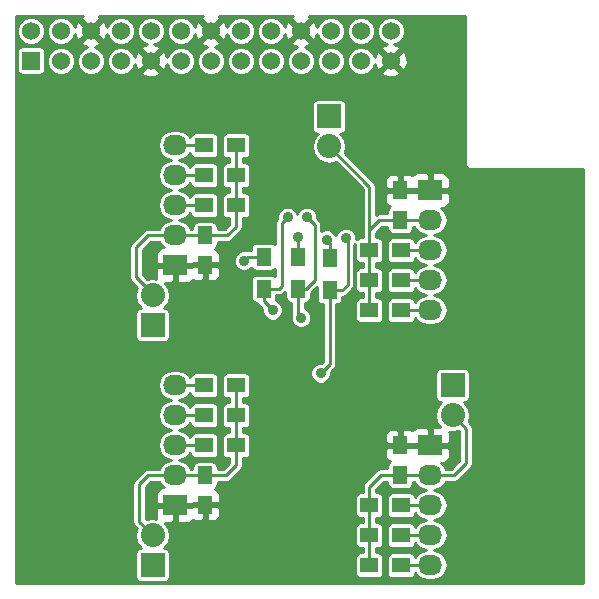
<source format=gbl>
G04 #@! TF.FileFunction,Copper,L2,Bot,Signal*
%FSLAX46Y46*%
G04 Gerber Fmt 4.6, Leading zero omitted, Abs format (unit mm)*
G04 Created by KiCad (PCBNEW (after 2015-mar-04 BZR unknown)-product) date 8/7/2015 10:28:55 PM*
%MOMM*%
G01*
G04 APERTURE LIST*
%ADD10C,0.150000*%
%ADD11R,1.524000X1.524000*%
%ADD12C,1.524000*%
%ADD13R,1.300000X1.500000*%
%ADD14R,1.500000X1.300000*%
%ADD15R,2.032000X1.727200*%
%ADD16O,2.032000X1.727200*%
%ADD17R,1.250000X1.500000*%
%ADD18R,2.032000X2.032000*%
%ADD19O,2.032000X2.032000*%
%ADD20C,0.889000*%
%ADD21C,0.254000*%
G04 APERTURE END LIST*
D10*
D11*
X1760000Y-4270000D03*
D12*
X1760000Y-1730000D03*
X4300000Y-4270000D03*
X4300000Y-1730000D03*
X6840000Y-4270000D03*
X6840000Y-1730000D03*
X9380000Y-4270000D03*
X9380000Y-1730000D03*
X11920000Y-4270000D03*
X11920000Y-1730000D03*
X14460000Y-4270000D03*
X14460000Y-1730000D03*
X17000000Y-4270000D03*
X17000000Y-1730000D03*
X19540000Y-4270000D03*
X19540000Y-1730000D03*
X22080000Y-4270000D03*
X22080000Y-1730000D03*
X24620000Y-4270000D03*
X24620000Y-1730000D03*
X27160000Y-4270000D03*
X27160000Y-1730000D03*
X29700000Y-4270000D03*
X29700000Y-1730000D03*
X32240000Y-4270000D03*
X32240000Y-1730000D03*
D13*
X27051000Y-21002000D03*
X27051000Y-23702000D03*
X24384000Y-20875000D03*
X24384000Y-23575000D03*
X21463000Y-20875000D03*
X21463000Y-23575000D03*
D14*
X19130000Y-31750000D03*
X16430000Y-31750000D03*
X30400000Y-46990000D03*
X33100000Y-46990000D03*
X30400000Y-25400000D03*
X33100000Y-25400000D03*
X19130000Y-11430000D03*
X16430000Y-11430000D03*
X19130000Y-34290000D03*
X16430000Y-34290000D03*
X30400000Y-44450000D03*
X33100000Y-44450000D03*
X30400000Y-22860000D03*
X33100000Y-22860000D03*
X19130000Y-13970000D03*
X16430000Y-13970000D03*
X19130000Y-36830000D03*
X16430000Y-36830000D03*
X30400000Y-41910000D03*
X33100000Y-41910000D03*
X30400000Y-20320000D03*
X33100000Y-20320000D03*
X19130000Y-16510000D03*
X16430000Y-16510000D03*
D15*
X13970000Y-41910000D03*
D16*
X13970000Y-39370000D03*
X13970000Y-36830000D03*
X13970000Y-34290000D03*
X13970000Y-31750000D03*
D15*
X35560000Y-36830000D03*
D16*
X35560000Y-39370000D03*
X35560000Y-41910000D03*
X35560000Y-44450000D03*
X35560000Y-46990000D03*
D15*
X35560000Y-15240000D03*
D16*
X35560000Y-17780000D03*
X35560000Y-20320000D03*
X35560000Y-22860000D03*
X35560000Y-25400000D03*
D15*
X13970000Y-21590000D03*
D16*
X13970000Y-19050000D03*
X13970000Y-16510000D03*
X13970000Y-13970000D03*
X13970000Y-11430000D03*
D17*
X33020000Y-39350000D03*
X33020000Y-36850000D03*
X33020000Y-17760000D03*
X33020000Y-15260000D03*
X16510000Y-19070000D03*
X16510000Y-21570000D03*
X16510000Y-39390000D03*
X16510000Y-41890000D03*
D18*
X12065000Y-46990000D03*
D19*
X12065000Y-44450000D03*
D18*
X37465000Y-31750000D03*
D19*
X37465000Y-34290000D03*
D18*
X27000000Y-9000000D03*
D19*
X27000000Y-11540000D03*
D18*
X12065000Y-26670000D03*
D19*
X12065000Y-24130000D03*
D20*
X25146000Y-17526000D03*
X24638000Y-26035000D03*
X22225000Y-25400000D03*
X23495000Y-17526000D03*
X24395000Y-36195000D03*
X16764000Y-26416000D03*
X20574000Y-8890000D03*
X30353000Y-34671000D03*
X26289000Y-30734000D03*
X28448000Y-19304000D03*
X19812000Y-21209000D03*
X24384000Y-19177000D03*
X26797000Y-19431000D03*
D21*
X25066000Y-23575000D02*
X25781000Y-22860000D01*
X25781000Y-22860000D02*
X25781000Y-18161000D01*
X25781000Y-18161000D02*
X25146000Y-17526000D01*
X24384000Y-23575000D02*
X25066000Y-23575000D01*
X24384000Y-25781000D02*
X24384000Y-23575000D01*
X24638000Y-26035000D02*
X24384000Y-25781000D01*
X21463000Y-24638000D02*
X21463000Y-23575000D01*
X22225000Y-25400000D02*
X21463000Y-24638000D01*
X22780000Y-23575000D02*
X21463000Y-23575000D01*
X22987000Y-23368000D02*
X22780000Y-23575000D01*
X22987000Y-18034000D02*
X22987000Y-23368000D01*
X23495000Y-17526000D02*
X22987000Y-18034000D01*
X24395000Y-36195000D02*
X24384000Y-36195000D01*
X16510000Y-21570000D02*
X13990000Y-21570000D01*
X13990000Y-21570000D02*
X13970000Y-21590000D01*
X35560000Y-36830000D02*
X33040000Y-36830000D01*
X33040000Y-36830000D02*
X33020000Y-36850000D01*
X13970000Y-36830000D02*
X16430000Y-36830000D01*
X13970000Y-34290000D02*
X16430000Y-34290000D01*
X13970000Y-31750000D02*
X16430000Y-31750000D01*
X35560000Y-41910000D02*
X33100000Y-41910000D01*
X35560000Y-44450000D02*
X33100000Y-44450000D01*
X35560000Y-46990000D02*
X33100000Y-46990000D01*
X35560000Y-20320000D02*
X33100000Y-20320000D01*
X35560000Y-22860000D02*
X33100000Y-22860000D01*
X35560000Y-25400000D02*
X33100000Y-25400000D01*
X16430000Y-11430000D02*
X13970000Y-11430000D01*
X27051000Y-23702000D02*
X27051000Y-29972000D01*
X27051000Y-29972000D02*
X26289000Y-30734000D01*
X28114000Y-23702000D02*
X27051000Y-23702000D01*
X28448000Y-19304000D02*
X28575000Y-19431000D01*
X28575000Y-19431000D02*
X28575000Y-23241000D01*
X28575000Y-23241000D02*
X28114000Y-23702000D01*
X19130000Y-36830000D02*
X19130000Y-38528000D01*
X18268000Y-39390000D02*
X16510000Y-39390000D01*
X19130000Y-38528000D02*
X18268000Y-39390000D01*
X19130000Y-34290000D02*
X19130000Y-36830000D01*
X19130000Y-31750000D02*
X19130000Y-34290000D01*
X13970000Y-39370000D02*
X16490000Y-39370000D01*
X16490000Y-39370000D02*
X16510000Y-39390000D01*
X12065000Y-44450000D02*
X10922000Y-43307000D01*
X11684000Y-39370000D02*
X13970000Y-39370000D01*
X10922000Y-40132000D02*
X11684000Y-39370000D01*
X10922000Y-43307000D02*
X10922000Y-40132000D01*
X21463000Y-20875000D02*
X20146000Y-20875000D01*
X20146000Y-20875000D02*
X19812000Y-21209000D01*
X24384000Y-20875000D02*
X24384000Y-19177000D01*
X27051000Y-21002000D02*
X27051000Y-19685000D01*
X27051000Y-19685000D02*
X26797000Y-19431000D01*
X30400000Y-18796000D02*
X30400000Y-14940000D01*
X30400000Y-14940000D02*
X27000000Y-11540000D01*
X30400000Y-20320000D02*
X30400000Y-18796000D01*
X30400000Y-18796000D02*
X30400000Y-18622000D01*
X31262000Y-17760000D02*
X33020000Y-17760000D01*
X30400000Y-18622000D02*
X31262000Y-17760000D01*
X30400000Y-22860000D02*
X30400000Y-20320000D01*
X30400000Y-25400000D02*
X30400000Y-22860000D01*
X35560000Y-17780000D02*
X33040000Y-17780000D01*
X33040000Y-17780000D02*
X33020000Y-17760000D01*
X19130000Y-11430000D02*
X19130000Y-13970000D01*
X19130000Y-13970000D02*
X19130000Y-16510000D01*
X16510000Y-19070000D02*
X18395000Y-19070000D01*
X19130000Y-18335000D02*
X19130000Y-16510000D01*
X18395000Y-19070000D02*
X19130000Y-18335000D01*
X12065000Y-24130000D02*
X12065000Y-24003000D01*
X12065000Y-24003000D02*
X10668000Y-22606000D01*
X10668000Y-22606000D02*
X10668000Y-20066000D01*
X10668000Y-20066000D02*
X11684000Y-19050000D01*
X11684000Y-19050000D02*
X13970000Y-19050000D01*
X16510000Y-19070000D02*
X13990000Y-19070000D01*
X13990000Y-19070000D02*
X13970000Y-19050000D01*
X16430000Y-16510000D02*
X13970000Y-16510000D01*
X16430000Y-13970000D02*
X13970000Y-13970000D01*
X35560000Y-39370000D02*
X37592000Y-39370000D01*
X38608000Y-35433000D02*
X37465000Y-34290000D01*
X38608000Y-38354000D02*
X38608000Y-35433000D01*
X37592000Y-39370000D02*
X38608000Y-38354000D01*
X30400000Y-46990000D02*
X30400000Y-44450000D01*
X30400000Y-41910000D02*
X30400000Y-44450000D01*
X33020000Y-39350000D02*
X31389000Y-39350000D01*
X30400000Y-40339000D02*
X30400000Y-41910000D01*
X31389000Y-39350000D02*
X30400000Y-40339000D01*
X35560000Y-39370000D02*
X33040000Y-39370000D01*
X33040000Y-39370000D02*
X33020000Y-39350000D01*
G36*
X48518200Y-48518200D02*
X39166800Y-48518200D01*
X39166800Y-38354000D01*
X39166800Y-35433000D01*
X39124264Y-35219157D01*
X39124264Y-35219156D01*
X39003131Y-35037869D01*
X38822286Y-34857024D01*
X38830957Y-34844049D01*
X38941164Y-34290000D01*
X38830957Y-33735951D01*
X38517113Y-33266251D01*
X38427328Y-33206259D01*
X38481000Y-33206259D01*
X38645644Y-33174315D01*
X38790351Y-33079258D01*
X38887216Y-32935755D01*
X38921259Y-32766000D01*
X38921259Y-30734000D01*
X38889315Y-30569356D01*
X38794258Y-30424649D01*
X38650755Y-30327784D01*
X38481000Y-30293741D01*
X37211000Y-30293741D01*
X37211000Y-16229910D01*
X37211000Y-15977291D01*
X37211000Y-15525750D01*
X37211000Y-14954250D01*
X37211000Y-14502709D01*
X37211000Y-14250090D01*
X37114327Y-14016701D01*
X36935698Y-13838073D01*
X36702309Y-13741400D01*
X35845750Y-13741400D01*
X35687000Y-13900150D01*
X35687000Y-15113000D01*
X37052250Y-15113000D01*
X37211000Y-14954250D01*
X37211000Y-15525750D01*
X37052250Y-15367000D01*
X35687000Y-15367000D01*
X35687000Y-15387000D01*
X35433000Y-15387000D01*
X35433000Y-15367000D01*
X35433000Y-15113000D01*
X35433000Y-13900150D01*
X35274250Y-13741400D01*
X34417691Y-13741400D01*
X34184302Y-13838073D01*
X34027699Y-13994674D01*
X34004699Y-13971673D01*
X33771310Y-13875000D01*
X33649144Y-13875000D01*
X33649144Y-4477698D01*
X33621362Y-3922632D01*
X33462397Y-3538857D01*
X33434007Y-3530713D01*
X33434007Y-1493580D01*
X33252645Y-1054650D01*
X32917116Y-718536D01*
X32478503Y-536408D01*
X32003580Y-535993D01*
X31564650Y-717355D01*
X31228536Y-1052884D01*
X31046408Y-1491497D01*
X31045993Y-1966420D01*
X31227355Y-2405350D01*
X31562884Y-2741464D01*
X31914662Y-2887535D01*
X31892632Y-2888638D01*
X31508857Y-3047603D01*
X31439392Y-3289787D01*
X32240000Y-4090395D01*
X33040608Y-3289787D01*
X32971143Y-3047603D01*
X32545130Y-2895616D01*
X32915350Y-2742645D01*
X33251464Y-2407116D01*
X33433592Y-1968503D01*
X33434007Y-1493580D01*
X33434007Y-3530713D01*
X33220213Y-3469392D01*
X32419605Y-4270000D01*
X33220213Y-5070608D01*
X33462397Y-5001143D01*
X33649144Y-4477698D01*
X33649144Y-13875000D01*
X33518691Y-13875000D01*
X33305750Y-13875000D01*
X33147000Y-14033750D01*
X33147000Y-15133000D01*
X34121250Y-15133000D01*
X34141250Y-15113000D01*
X35433000Y-15113000D01*
X35433000Y-15367000D01*
X34067750Y-15367000D01*
X34047750Y-15387000D01*
X33147000Y-15387000D01*
X33147000Y-15407000D01*
X33040608Y-15407000D01*
X33040608Y-5250213D01*
X32240000Y-4449605D01*
X32060395Y-4629210D01*
X32060395Y-4270000D01*
X31259787Y-3469392D01*
X31017603Y-3538857D01*
X30894007Y-3885290D01*
X30894007Y-1493580D01*
X30712645Y-1054650D01*
X30377116Y-718536D01*
X29938503Y-536408D01*
X29463580Y-535993D01*
X29024650Y-717355D01*
X28688536Y-1052884D01*
X28506408Y-1491497D01*
X28505993Y-1966420D01*
X28687355Y-2405350D01*
X29022884Y-2741464D01*
X29461497Y-2923592D01*
X29936420Y-2924007D01*
X30375350Y-2742645D01*
X30711464Y-2407116D01*
X30893592Y-1968503D01*
X30894007Y-1493580D01*
X30894007Y-3885290D01*
X30865616Y-3964869D01*
X30712645Y-3594650D01*
X30377116Y-3258536D01*
X29938503Y-3076408D01*
X29463580Y-3075993D01*
X29024650Y-3257355D01*
X28688536Y-3592884D01*
X28506408Y-4031497D01*
X28505993Y-4506420D01*
X28687355Y-4945350D01*
X29022884Y-5281464D01*
X29461497Y-5463592D01*
X29936420Y-5464007D01*
X30375350Y-5282645D01*
X30711464Y-4947116D01*
X30857535Y-4595337D01*
X30858638Y-4617368D01*
X31017603Y-5001143D01*
X31259787Y-5070608D01*
X32060395Y-4270000D01*
X32060395Y-4629210D01*
X31439392Y-5250213D01*
X31508857Y-5492397D01*
X32032302Y-5679144D01*
X32587368Y-5651362D01*
X32971143Y-5492397D01*
X33040608Y-5250213D01*
X33040608Y-15407000D01*
X32893000Y-15407000D01*
X32893000Y-15387000D01*
X32893000Y-15133000D01*
X32893000Y-14033750D01*
X32734250Y-13875000D01*
X32521309Y-13875000D01*
X32268690Y-13875000D01*
X32035301Y-13971673D01*
X31856673Y-14150302D01*
X31760000Y-14383691D01*
X31760000Y-14974250D01*
X31918750Y-15133000D01*
X32893000Y-15133000D01*
X32893000Y-15387000D01*
X31918750Y-15387000D01*
X31760000Y-15545750D01*
X31760000Y-16136309D01*
X31856673Y-16369698D01*
X32035301Y-16548327D01*
X32204740Y-16618511D01*
X32085649Y-16696742D01*
X31988784Y-16840245D01*
X31954741Y-17010000D01*
X31954741Y-17201200D01*
X31262000Y-17201200D01*
X31048156Y-17243736D01*
X30958800Y-17303442D01*
X30958800Y-14940000D01*
X30916264Y-14726157D01*
X30916264Y-14726156D01*
X30795131Y-14544869D01*
X28357286Y-12107024D01*
X28365957Y-12094049D01*
X28476164Y-11540000D01*
X28365957Y-10985951D01*
X28052113Y-10516251D01*
X27962328Y-10456259D01*
X28016000Y-10456259D01*
X28180644Y-10424315D01*
X28325351Y-10329258D01*
X28422216Y-10185755D01*
X28456259Y-10016000D01*
X28456259Y-7984000D01*
X28424315Y-7819356D01*
X28354007Y-7712324D01*
X28354007Y-4033580D01*
X28354007Y-1493580D01*
X28172645Y-1054650D01*
X27837116Y-718536D01*
X27398503Y-536408D01*
X26923580Y-535993D01*
X26484650Y-717355D01*
X26148536Y-1052884D01*
X26002464Y-1404662D01*
X26001362Y-1382632D01*
X25842397Y-998857D01*
X25600213Y-929392D01*
X24799605Y-1730000D01*
X25600213Y-2530608D01*
X25842397Y-2461143D01*
X25994383Y-2035130D01*
X26147355Y-2405350D01*
X26482884Y-2741464D01*
X26921497Y-2923592D01*
X27396420Y-2924007D01*
X27835350Y-2742645D01*
X28171464Y-2407116D01*
X28353592Y-1968503D01*
X28354007Y-1493580D01*
X28354007Y-4033580D01*
X28172645Y-3594650D01*
X27837116Y-3258536D01*
X27398503Y-3076408D01*
X26923580Y-3075993D01*
X26484650Y-3257355D01*
X26148536Y-3592884D01*
X25966408Y-4031497D01*
X25965993Y-4506420D01*
X26147355Y-4945350D01*
X26482884Y-5281464D01*
X26921497Y-5463592D01*
X27396420Y-5464007D01*
X27835350Y-5282645D01*
X28171464Y-4947116D01*
X28353592Y-4508503D01*
X28354007Y-4033580D01*
X28354007Y-7712324D01*
X28329258Y-7674649D01*
X28185755Y-7577784D01*
X28016000Y-7543741D01*
X25984000Y-7543741D01*
X25819356Y-7575685D01*
X25814007Y-7579198D01*
X25814007Y-4033580D01*
X25632645Y-3594650D01*
X25297116Y-3258536D01*
X24945337Y-3112464D01*
X24967368Y-3111362D01*
X25351143Y-2952397D01*
X25420608Y-2710213D01*
X24620000Y-1909605D01*
X24440395Y-2089210D01*
X24440395Y-1730000D01*
X23639787Y-929392D01*
X23397603Y-998857D01*
X23245616Y-1424869D01*
X23092645Y-1054650D01*
X22757116Y-718536D01*
X22318503Y-536408D01*
X21843580Y-535993D01*
X21404650Y-717355D01*
X21068536Y-1052884D01*
X20886408Y-1491497D01*
X20885993Y-1966420D01*
X21067355Y-2405350D01*
X21402884Y-2741464D01*
X21841497Y-2923592D01*
X22316420Y-2924007D01*
X22755350Y-2742645D01*
X23091464Y-2407116D01*
X23237535Y-2055337D01*
X23238638Y-2077368D01*
X23397603Y-2461143D01*
X23639787Y-2530608D01*
X24440395Y-1730000D01*
X24440395Y-2089210D01*
X23819392Y-2710213D01*
X23888857Y-2952397D01*
X24314869Y-3104383D01*
X23944650Y-3257355D01*
X23608536Y-3592884D01*
X23426408Y-4031497D01*
X23425993Y-4506420D01*
X23607355Y-4945350D01*
X23942884Y-5281464D01*
X24381497Y-5463592D01*
X24856420Y-5464007D01*
X25295350Y-5282645D01*
X25631464Y-4947116D01*
X25813592Y-4508503D01*
X25814007Y-4033580D01*
X25814007Y-7579198D01*
X25674649Y-7670742D01*
X25577784Y-7814245D01*
X25543741Y-7984000D01*
X25543741Y-10016000D01*
X25575685Y-10180644D01*
X25670742Y-10325351D01*
X25814245Y-10422216D01*
X25984000Y-10456259D01*
X26037671Y-10456259D01*
X25947887Y-10516251D01*
X25634043Y-10985951D01*
X25523836Y-11540000D01*
X25634043Y-12094049D01*
X25947887Y-12563749D01*
X26417587Y-12877593D01*
X26971636Y-12987800D01*
X27028364Y-12987800D01*
X27553151Y-12883413D01*
X29841200Y-15171462D01*
X29841200Y-18622000D01*
X29841200Y-18796000D01*
X29841200Y-19229741D01*
X29650000Y-19229741D01*
X29485356Y-19261685D01*
X29340649Y-19356742D01*
X29324233Y-19381061D01*
X29324452Y-19130458D01*
X29191324Y-18808264D01*
X28945032Y-18561542D01*
X28623072Y-18427852D01*
X28274458Y-18427548D01*
X27952264Y-18560676D01*
X27705542Y-18806968D01*
X27596158Y-19070392D01*
X27540324Y-18935264D01*
X27294032Y-18688542D01*
X26972072Y-18554852D01*
X26623458Y-18554548D01*
X26339800Y-18671753D01*
X26339800Y-18161000D01*
X26297265Y-17947157D01*
X26297264Y-17947156D01*
X26176132Y-17765869D01*
X26022225Y-17611962D01*
X26022452Y-17352458D01*
X25889324Y-17030264D01*
X25643032Y-16783542D01*
X25321072Y-16649852D01*
X24972458Y-16649548D01*
X24650264Y-16782676D01*
X24403542Y-17028968D01*
X24320460Y-17229049D01*
X24238324Y-17030264D01*
X23992032Y-16783542D01*
X23670072Y-16649852D01*
X23321458Y-16649548D01*
X23274007Y-16669154D01*
X23274007Y-4033580D01*
X23092645Y-3594650D01*
X22757116Y-3258536D01*
X22318503Y-3076408D01*
X21843580Y-3075993D01*
X21404650Y-3257355D01*
X21068536Y-3592884D01*
X20886408Y-4031497D01*
X20885993Y-4506420D01*
X21067355Y-4945350D01*
X21402884Y-5281464D01*
X21841497Y-5463592D01*
X22316420Y-5464007D01*
X22755350Y-5282645D01*
X23091464Y-4947116D01*
X23273592Y-4508503D01*
X23274007Y-4033580D01*
X23274007Y-16669154D01*
X22999264Y-16782676D01*
X22752542Y-17028968D01*
X22618852Y-17350928D01*
X22618624Y-17612113D01*
X22591869Y-17638869D01*
X22470736Y-17820156D01*
X22428200Y-18034000D01*
X22428200Y-19818605D01*
X22426258Y-19815649D01*
X22282755Y-19718784D01*
X22113000Y-19684741D01*
X20813000Y-19684741D01*
X20734007Y-19700067D01*
X20734007Y-4033580D01*
X20734007Y-1493580D01*
X20552645Y-1054650D01*
X20217116Y-718536D01*
X19778503Y-536408D01*
X19303580Y-535993D01*
X18864650Y-717355D01*
X18528536Y-1052884D01*
X18382464Y-1404662D01*
X18381362Y-1382632D01*
X18222397Y-998857D01*
X17980213Y-929392D01*
X17179605Y-1730000D01*
X17980213Y-2530608D01*
X18222397Y-2461143D01*
X18374383Y-2035130D01*
X18527355Y-2405350D01*
X18862884Y-2741464D01*
X19301497Y-2923592D01*
X19776420Y-2924007D01*
X20215350Y-2742645D01*
X20551464Y-2407116D01*
X20733592Y-1968503D01*
X20734007Y-1493580D01*
X20734007Y-4033580D01*
X20552645Y-3594650D01*
X20217116Y-3258536D01*
X19778503Y-3076408D01*
X19303580Y-3075993D01*
X18864650Y-3257355D01*
X18528536Y-3592884D01*
X18346408Y-4031497D01*
X18345993Y-4506420D01*
X18527355Y-4945350D01*
X18862884Y-5281464D01*
X19301497Y-5463592D01*
X19776420Y-5464007D01*
X20215350Y-5282645D01*
X20551464Y-4947116D01*
X20733592Y-4508503D01*
X20734007Y-4033580D01*
X20734007Y-19700067D01*
X20648356Y-19716685D01*
X20503649Y-19811742D01*
X20406784Y-19955245D01*
X20372741Y-20125000D01*
X20372741Y-20316200D01*
X20320259Y-20316200D01*
X20320259Y-17160000D01*
X20320259Y-15860000D01*
X20288315Y-15695356D01*
X20193258Y-15550649D01*
X20049755Y-15453784D01*
X19880000Y-15419741D01*
X19688800Y-15419741D01*
X19688800Y-15060259D01*
X19880000Y-15060259D01*
X20044644Y-15028315D01*
X20189351Y-14933258D01*
X20286216Y-14789755D01*
X20320259Y-14620000D01*
X20320259Y-13320000D01*
X20288315Y-13155356D01*
X20193258Y-13010649D01*
X20049755Y-12913784D01*
X19880000Y-12879741D01*
X19688800Y-12879741D01*
X19688800Y-12520259D01*
X19880000Y-12520259D01*
X20044644Y-12488315D01*
X20189351Y-12393258D01*
X20286216Y-12249755D01*
X20320259Y-12080000D01*
X20320259Y-10780000D01*
X20288315Y-10615356D01*
X20193258Y-10470649D01*
X20049755Y-10373784D01*
X19880000Y-10339741D01*
X18380000Y-10339741D01*
X18215356Y-10371685D01*
X18194007Y-10385709D01*
X18194007Y-4033580D01*
X18012645Y-3594650D01*
X17677116Y-3258536D01*
X17325337Y-3112464D01*
X17347368Y-3111362D01*
X17731143Y-2952397D01*
X17800608Y-2710213D01*
X17000000Y-1909605D01*
X16820395Y-2089210D01*
X16820395Y-1730000D01*
X16019787Y-929392D01*
X15777603Y-998857D01*
X15625616Y-1424869D01*
X15472645Y-1054650D01*
X15137116Y-718536D01*
X14698503Y-536408D01*
X14223580Y-535993D01*
X13784650Y-717355D01*
X13448536Y-1052884D01*
X13266408Y-1491497D01*
X13265993Y-1966420D01*
X13447355Y-2405350D01*
X13782884Y-2741464D01*
X14221497Y-2923592D01*
X14696420Y-2924007D01*
X15135350Y-2742645D01*
X15471464Y-2407116D01*
X15617535Y-2055337D01*
X15618638Y-2077368D01*
X15777603Y-2461143D01*
X16019787Y-2530608D01*
X16820395Y-1730000D01*
X16820395Y-2089210D01*
X16199392Y-2710213D01*
X16268857Y-2952397D01*
X16694869Y-3104383D01*
X16324650Y-3257355D01*
X15988536Y-3592884D01*
X15806408Y-4031497D01*
X15805993Y-4506420D01*
X15987355Y-4945350D01*
X16322884Y-5281464D01*
X16761497Y-5463592D01*
X17236420Y-5464007D01*
X17675350Y-5282645D01*
X18011464Y-4947116D01*
X18193592Y-4508503D01*
X18194007Y-4033580D01*
X18194007Y-10385709D01*
X18070649Y-10466742D01*
X17973784Y-10610245D01*
X17939741Y-10780000D01*
X17939741Y-12080000D01*
X17971685Y-12244644D01*
X18066742Y-12389351D01*
X18210245Y-12486216D01*
X18380000Y-12520259D01*
X18571200Y-12520259D01*
X18571200Y-12879741D01*
X18380000Y-12879741D01*
X18215356Y-12911685D01*
X18070649Y-13006742D01*
X17973784Y-13150245D01*
X17939741Y-13320000D01*
X17939741Y-14620000D01*
X17971685Y-14784644D01*
X18066742Y-14929351D01*
X18210245Y-15026216D01*
X18380000Y-15060259D01*
X18571200Y-15060259D01*
X18571200Y-15419741D01*
X18380000Y-15419741D01*
X18215356Y-15451685D01*
X18070649Y-15546742D01*
X17973784Y-15690245D01*
X17939741Y-15860000D01*
X17939741Y-17160000D01*
X17971685Y-17324644D01*
X18066742Y-17469351D01*
X18210245Y-17566216D01*
X18380000Y-17600259D01*
X18571200Y-17600259D01*
X18571200Y-18103538D01*
X18163538Y-18511200D01*
X17575259Y-18511200D01*
X17575259Y-18320000D01*
X17543315Y-18155356D01*
X17448258Y-18010649D01*
X17304755Y-17913784D01*
X17135000Y-17879741D01*
X15885000Y-17879741D01*
X15720356Y-17911685D01*
X15575649Y-18006742D01*
X15478784Y-18150245D01*
X15444741Y-18320000D01*
X15444741Y-18511200D01*
X15318778Y-18511200D01*
X15066750Y-18134014D01*
X14646492Y-17853206D01*
X14278458Y-17780000D01*
X14646492Y-17706794D01*
X15066750Y-17425986D01*
X15240806Y-17165492D01*
X15271685Y-17324644D01*
X15366742Y-17469351D01*
X15510245Y-17566216D01*
X15680000Y-17600259D01*
X17180000Y-17600259D01*
X17344644Y-17568315D01*
X17489351Y-17473258D01*
X17586216Y-17329755D01*
X17620259Y-17160000D01*
X17620259Y-15860000D01*
X17588315Y-15695356D01*
X17493258Y-15550649D01*
X17349755Y-15453784D01*
X17180000Y-15419741D01*
X15680000Y-15419741D01*
X15515356Y-15451685D01*
X15370649Y-15546742D01*
X15273784Y-15690245D01*
X15240834Y-15854548D01*
X15066750Y-15594014D01*
X14646492Y-15313206D01*
X14278458Y-15240000D01*
X14646492Y-15166794D01*
X15066750Y-14885986D01*
X15240806Y-14625492D01*
X15271685Y-14784644D01*
X15366742Y-14929351D01*
X15510245Y-15026216D01*
X15680000Y-15060259D01*
X17180000Y-15060259D01*
X17344644Y-15028315D01*
X17489351Y-14933258D01*
X17586216Y-14789755D01*
X17620259Y-14620000D01*
X17620259Y-13320000D01*
X17588315Y-13155356D01*
X17493258Y-13010649D01*
X17349755Y-12913784D01*
X17180000Y-12879741D01*
X15680000Y-12879741D01*
X15515356Y-12911685D01*
X15370649Y-13006742D01*
X15273784Y-13150245D01*
X15240834Y-13314548D01*
X15066750Y-13054014D01*
X14646492Y-12773206D01*
X14278458Y-12700000D01*
X14646492Y-12626794D01*
X15066750Y-12345986D01*
X15240806Y-12085492D01*
X15271685Y-12244644D01*
X15366742Y-12389351D01*
X15510245Y-12486216D01*
X15680000Y-12520259D01*
X17180000Y-12520259D01*
X17344644Y-12488315D01*
X17489351Y-12393258D01*
X17586216Y-12249755D01*
X17620259Y-12080000D01*
X17620259Y-10780000D01*
X17588315Y-10615356D01*
X17493258Y-10470649D01*
X17349755Y-10373784D01*
X17180000Y-10339741D01*
X15680000Y-10339741D01*
X15654007Y-10344784D01*
X15654007Y-4033580D01*
X15472645Y-3594650D01*
X15137116Y-3258536D01*
X14698503Y-3076408D01*
X14223580Y-3075993D01*
X13784650Y-3257355D01*
X13448536Y-3592884D01*
X13302464Y-3944662D01*
X13301362Y-3922632D01*
X13142397Y-3538857D01*
X13114007Y-3530713D01*
X13114007Y-1493580D01*
X12932645Y-1054650D01*
X12597116Y-718536D01*
X12158503Y-536408D01*
X11683580Y-535993D01*
X11244650Y-717355D01*
X10908536Y-1052884D01*
X10726408Y-1491497D01*
X10725993Y-1966420D01*
X10907355Y-2405350D01*
X11242884Y-2741464D01*
X11594662Y-2887535D01*
X11572632Y-2888638D01*
X11188857Y-3047603D01*
X11119392Y-3289787D01*
X11920000Y-4090395D01*
X12720608Y-3289787D01*
X12651143Y-3047603D01*
X12225130Y-2895616D01*
X12595350Y-2742645D01*
X12931464Y-2407116D01*
X13113592Y-1968503D01*
X13114007Y-1493580D01*
X13114007Y-3530713D01*
X12900213Y-3469392D01*
X12099605Y-4270000D01*
X12900213Y-5070608D01*
X13142397Y-5001143D01*
X13294383Y-4575130D01*
X13447355Y-4945350D01*
X13782884Y-5281464D01*
X14221497Y-5463592D01*
X14696420Y-5464007D01*
X15135350Y-5282645D01*
X15471464Y-4947116D01*
X15653592Y-4508503D01*
X15654007Y-4033580D01*
X15654007Y-10344784D01*
X15515356Y-10371685D01*
X15370649Y-10466742D01*
X15273784Y-10610245D01*
X15240834Y-10774548D01*
X15066750Y-10514014D01*
X14646492Y-10233206D01*
X14150764Y-10134600D01*
X13789236Y-10134600D01*
X13293508Y-10233206D01*
X12873250Y-10514014D01*
X12720608Y-10742458D01*
X12720608Y-5250213D01*
X11920000Y-4449605D01*
X11740395Y-4629210D01*
X11740395Y-4270000D01*
X10939787Y-3469392D01*
X10697603Y-3538857D01*
X10574007Y-3885290D01*
X10574007Y-1493580D01*
X10392645Y-1054650D01*
X10057116Y-718536D01*
X9618503Y-536408D01*
X9143580Y-535993D01*
X8704650Y-717355D01*
X8368536Y-1052884D01*
X8222464Y-1404662D01*
X8221362Y-1382632D01*
X8062397Y-998857D01*
X7820213Y-929392D01*
X7019605Y-1730000D01*
X7820213Y-2530608D01*
X8062397Y-2461143D01*
X8214383Y-2035130D01*
X8367355Y-2405350D01*
X8702884Y-2741464D01*
X9141497Y-2923592D01*
X9616420Y-2924007D01*
X10055350Y-2742645D01*
X10391464Y-2407116D01*
X10573592Y-1968503D01*
X10574007Y-1493580D01*
X10574007Y-3885290D01*
X10545616Y-3964869D01*
X10392645Y-3594650D01*
X10057116Y-3258536D01*
X9618503Y-3076408D01*
X9143580Y-3075993D01*
X8704650Y-3257355D01*
X8368536Y-3592884D01*
X8186408Y-4031497D01*
X8185993Y-4506420D01*
X8367355Y-4945350D01*
X8702884Y-5281464D01*
X9141497Y-5463592D01*
X9616420Y-5464007D01*
X10055350Y-5282645D01*
X10391464Y-4947116D01*
X10537535Y-4595337D01*
X10538638Y-4617368D01*
X10697603Y-5001143D01*
X10939787Y-5070608D01*
X11740395Y-4270000D01*
X11740395Y-4629210D01*
X11119392Y-5250213D01*
X11188857Y-5492397D01*
X11712302Y-5679144D01*
X12267368Y-5651362D01*
X12651143Y-5492397D01*
X12720608Y-5250213D01*
X12720608Y-10742458D01*
X12592442Y-10934272D01*
X12493836Y-11430000D01*
X12592442Y-11925728D01*
X12873250Y-12345986D01*
X13293508Y-12626794D01*
X13661541Y-12700000D01*
X13293508Y-12773206D01*
X12873250Y-13054014D01*
X12592442Y-13474272D01*
X12493836Y-13970000D01*
X12592442Y-14465728D01*
X12873250Y-14885986D01*
X13293508Y-15166794D01*
X13661541Y-15240000D01*
X13293508Y-15313206D01*
X12873250Y-15594014D01*
X12592442Y-16014272D01*
X12493836Y-16510000D01*
X12592442Y-17005728D01*
X12873250Y-17425986D01*
X13293508Y-17706794D01*
X13661541Y-17780000D01*
X13293508Y-17853206D01*
X12873250Y-18134014D01*
X12634585Y-18491200D01*
X11684000Y-18491200D01*
X11470156Y-18533736D01*
X11288869Y-18654869D01*
X10272869Y-19670869D01*
X10151736Y-19852156D01*
X10109200Y-20066000D01*
X10109200Y-22606000D01*
X10151736Y-22819844D01*
X10272869Y-23001131D01*
X10758582Y-23486844D01*
X10699043Y-23575951D01*
X10588836Y-24130000D01*
X10699043Y-24684049D01*
X11012887Y-25153749D01*
X11102671Y-25213741D01*
X11049000Y-25213741D01*
X10884356Y-25245685D01*
X10739649Y-25340742D01*
X10642784Y-25484245D01*
X10608741Y-25654000D01*
X10608741Y-27686000D01*
X10640685Y-27850644D01*
X10735742Y-27995351D01*
X10879245Y-28092216D01*
X11049000Y-28126259D01*
X13081000Y-28126259D01*
X13245644Y-28094315D01*
X13390351Y-27999258D01*
X13487216Y-27855755D01*
X13521259Y-27686000D01*
X13521259Y-25654000D01*
X13489315Y-25489356D01*
X13394258Y-25344649D01*
X13250755Y-25247784D01*
X13081000Y-25213741D01*
X13027328Y-25213741D01*
X13117113Y-25153749D01*
X13430957Y-24684049D01*
X13541164Y-24130000D01*
X13430957Y-23575951D01*
X13117113Y-23106251D01*
X13090696Y-23088600D01*
X13684250Y-23088600D01*
X13843000Y-22929850D01*
X13843000Y-21717000D01*
X12477750Y-21717000D01*
X12319000Y-21875750D01*
X12319000Y-22327291D01*
X12319000Y-22579910D01*
X12385434Y-22740296D01*
X12093364Y-22682200D01*
X12036636Y-22682200D01*
X11617778Y-22765515D01*
X11226800Y-22374537D01*
X11226800Y-20297462D01*
X11915462Y-19608800D01*
X12634585Y-19608800D01*
X12873250Y-19965986D01*
X13060944Y-20091400D01*
X12827691Y-20091400D01*
X12594302Y-20188073D01*
X12415673Y-20366701D01*
X12319000Y-20600090D01*
X12319000Y-20852709D01*
X12319000Y-21304250D01*
X12477750Y-21463000D01*
X13843000Y-21463000D01*
X13843000Y-21443000D01*
X14097000Y-21443000D01*
X14097000Y-21463000D01*
X15462250Y-21463000D01*
X15482250Y-21443000D01*
X16383000Y-21443000D01*
X16383000Y-21423000D01*
X16637000Y-21423000D01*
X16637000Y-21443000D01*
X17611250Y-21443000D01*
X17770000Y-21284250D01*
X17770000Y-20693691D01*
X17673327Y-20460302D01*
X17494699Y-20281673D01*
X17325259Y-20211488D01*
X17444351Y-20133258D01*
X17541216Y-19989755D01*
X17575259Y-19820000D01*
X17575259Y-19628800D01*
X18395000Y-19628800D01*
X18608843Y-19586264D01*
X18608844Y-19586264D01*
X18790131Y-19465131D01*
X19525131Y-18730131D01*
X19646264Y-18548844D01*
X19646264Y-18548843D01*
X19688800Y-18335000D01*
X19688800Y-17600259D01*
X19880000Y-17600259D01*
X20044644Y-17568315D01*
X20189351Y-17473258D01*
X20286216Y-17329755D01*
X20320259Y-17160000D01*
X20320259Y-20316200D01*
X20146000Y-20316200D01*
X20011432Y-20342967D01*
X20011431Y-20342967D01*
X19987072Y-20332852D01*
X19638458Y-20332548D01*
X19316264Y-20465676D01*
X19069542Y-20711968D01*
X18935852Y-21033928D01*
X18935548Y-21382542D01*
X19068676Y-21704736D01*
X19314968Y-21951458D01*
X19636928Y-22085148D01*
X19985542Y-22085452D01*
X20307736Y-21952324D01*
X20430829Y-21829444D01*
X20499742Y-21934351D01*
X20643245Y-22031216D01*
X20813000Y-22065259D01*
X22113000Y-22065259D01*
X22277644Y-22033315D01*
X22422351Y-21938258D01*
X22428200Y-21929592D01*
X22428200Y-22518605D01*
X22426258Y-22515649D01*
X22282755Y-22418784D01*
X22113000Y-22384741D01*
X20813000Y-22384741D01*
X20648356Y-22416685D01*
X20503649Y-22511742D01*
X20406784Y-22655245D01*
X20372741Y-22825000D01*
X20372741Y-24325000D01*
X20404685Y-24489644D01*
X20499742Y-24634351D01*
X20643245Y-24731216D01*
X20813000Y-24765259D01*
X20929513Y-24765259D01*
X20946736Y-24851844D01*
X21067869Y-25033131D01*
X21348774Y-25314036D01*
X21348548Y-25573542D01*
X21481676Y-25895736D01*
X21727968Y-26142458D01*
X22049928Y-26276148D01*
X22398542Y-26276452D01*
X22720736Y-26143324D01*
X22967458Y-25897032D01*
X23101148Y-25575072D01*
X23101452Y-25226458D01*
X22968324Y-24904264D01*
X22722032Y-24657542D01*
X22477791Y-24556124D01*
X22519216Y-24494755D01*
X22553259Y-24325000D01*
X22553259Y-24133800D01*
X22780000Y-24133800D01*
X22993843Y-24091264D01*
X22993844Y-24091264D01*
X23175131Y-23970131D01*
X23293741Y-23851521D01*
X23293741Y-24325000D01*
X23325685Y-24489644D01*
X23420742Y-24634351D01*
X23564245Y-24731216D01*
X23734000Y-24765259D01*
X23825200Y-24765259D01*
X23825200Y-25707369D01*
X23761852Y-25859928D01*
X23761548Y-26208542D01*
X23894676Y-26530736D01*
X24140968Y-26777458D01*
X24462928Y-26911148D01*
X24811542Y-26911452D01*
X25133736Y-26778324D01*
X25380458Y-26532032D01*
X25514148Y-26210072D01*
X25514452Y-25861458D01*
X25381324Y-25539264D01*
X25135032Y-25292542D01*
X24942800Y-25212719D01*
X24942800Y-24765259D01*
X25034000Y-24765259D01*
X25198644Y-24733315D01*
X25343351Y-24638258D01*
X25440216Y-24494755D01*
X25474259Y-24325000D01*
X25474259Y-23957003D01*
X25960741Y-23470521D01*
X25960741Y-24452000D01*
X25992685Y-24616644D01*
X26087742Y-24761351D01*
X26231245Y-24858216D01*
X26401000Y-24892259D01*
X26492200Y-24892259D01*
X26492200Y-29740538D01*
X26374963Y-29857774D01*
X26115458Y-29857548D01*
X25793264Y-29990676D01*
X25546542Y-30236968D01*
X25412852Y-30558928D01*
X25412548Y-30907542D01*
X25545676Y-31229736D01*
X25791968Y-31476458D01*
X26113928Y-31610148D01*
X26462542Y-31610452D01*
X26784736Y-31477324D01*
X27031458Y-31231032D01*
X27165148Y-30909072D01*
X27165375Y-30647886D01*
X27446131Y-30367131D01*
X27567264Y-30185844D01*
X27567265Y-30185843D01*
X27609800Y-29972000D01*
X27609800Y-24892259D01*
X27701000Y-24892259D01*
X27865644Y-24860315D01*
X28010351Y-24765258D01*
X28107216Y-24621755D01*
X28141259Y-24452000D01*
X28141259Y-24255377D01*
X28327843Y-24218264D01*
X28327844Y-24218264D01*
X28509131Y-24097131D01*
X28970131Y-23636132D01*
X28970131Y-23636131D01*
X29091264Y-23454844D01*
X29133799Y-23241000D01*
X29133800Y-23241000D01*
X29133800Y-19857591D01*
X29190458Y-19801032D01*
X29209741Y-19754593D01*
X29209741Y-20970000D01*
X29241685Y-21134644D01*
X29336742Y-21279351D01*
X29480245Y-21376216D01*
X29650000Y-21410259D01*
X29841200Y-21410259D01*
X29841200Y-21769741D01*
X29650000Y-21769741D01*
X29485356Y-21801685D01*
X29340649Y-21896742D01*
X29243784Y-22040245D01*
X29209741Y-22210000D01*
X29209741Y-23510000D01*
X29241685Y-23674644D01*
X29336742Y-23819351D01*
X29480245Y-23916216D01*
X29650000Y-23950259D01*
X29841200Y-23950259D01*
X29841200Y-24309741D01*
X29650000Y-24309741D01*
X29485356Y-24341685D01*
X29340649Y-24436742D01*
X29243784Y-24580245D01*
X29209741Y-24750000D01*
X29209741Y-26050000D01*
X29241685Y-26214644D01*
X29336742Y-26359351D01*
X29480245Y-26456216D01*
X29650000Y-26490259D01*
X31150000Y-26490259D01*
X31314644Y-26458315D01*
X31459351Y-26363258D01*
X31556216Y-26219755D01*
X31590259Y-26050000D01*
X31590259Y-24750000D01*
X31558315Y-24585356D01*
X31463258Y-24440649D01*
X31319755Y-24343784D01*
X31150000Y-24309741D01*
X30958800Y-24309741D01*
X30958800Y-23950259D01*
X31150000Y-23950259D01*
X31314644Y-23918315D01*
X31459351Y-23823258D01*
X31556216Y-23679755D01*
X31590259Y-23510000D01*
X31590259Y-22210000D01*
X31558315Y-22045356D01*
X31463258Y-21900649D01*
X31319755Y-21803784D01*
X31150000Y-21769741D01*
X30958800Y-21769741D01*
X30958800Y-21410259D01*
X31150000Y-21410259D01*
X31314644Y-21378315D01*
X31459351Y-21283258D01*
X31556216Y-21139755D01*
X31590259Y-20970000D01*
X31590259Y-19670000D01*
X31558315Y-19505356D01*
X31463258Y-19360649D01*
X31319755Y-19263784D01*
X31150000Y-19229741D01*
X30958800Y-19229741D01*
X30958800Y-18853462D01*
X31493462Y-18318800D01*
X31954741Y-18318800D01*
X31954741Y-18510000D01*
X31986685Y-18674644D01*
X32081742Y-18819351D01*
X32225245Y-18916216D01*
X32395000Y-18950259D01*
X33645000Y-18950259D01*
X33809644Y-18918315D01*
X33954351Y-18823258D01*
X34051216Y-18679755D01*
X34085259Y-18510000D01*
X34085259Y-18338800D01*
X34224585Y-18338800D01*
X34463250Y-18695986D01*
X34883508Y-18976794D01*
X35251541Y-19050000D01*
X34883508Y-19123206D01*
X34463250Y-19404014D01*
X34289193Y-19664507D01*
X34258315Y-19505356D01*
X34163258Y-19360649D01*
X34019755Y-19263784D01*
X33850000Y-19229741D01*
X32350000Y-19229741D01*
X32185356Y-19261685D01*
X32040649Y-19356742D01*
X31943784Y-19500245D01*
X31909741Y-19670000D01*
X31909741Y-20970000D01*
X31941685Y-21134644D01*
X32036742Y-21279351D01*
X32180245Y-21376216D01*
X32350000Y-21410259D01*
X33850000Y-21410259D01*
X34014644Y-21378315D01*
X34159351Y-21283258D01*
X34256216Y-21139755D01*
X34289165Y-20975451D01*
X34463250Y-21235986D01*
X34883508Y-21516794D01*
X35251541Y-21590000D01*
X34883508Y-21663206D01*
X34463250Y-21944014D01*
X34289193Y-22204507D01*
X34258315Y-22045356D01*
X34163258Y-21900649D01*
X34019755Y-21803784D01*
X33850000Y-21769741D01*
X32350000Y-21769741D01*
X32185356Y-21801685D01*
X32040649Y-21896742D01*
X31943784Y-22040245D01*
X31909741Y-22210000D01*
X31909741Y-23510000D01*
X31941685Y-23674644D01*
X32036742Y-23819351D01*
X32180245Y-23916216D01*
X32350000Y-23950259D01*
X33850000Y-23950259D01*
X34014644Y-23918315D01*
X34159351Y-23823258D01*
X34256216Y-23679755D01*
X34289165Y-23515451D01*
X34463250Y-23775986D01*
X34883508Y-24056794D01*
X35251541Y-24130000D01*
X34883508Y-24203206D01*
X34463250Y-24484014D01*
X34289193Y-24744507D01*
X34258315Y-24585356D01*
X34163258Y-24440649D01*
X34019755Y-24343784D01*
X33850000Y-24309741D01*
X32350000Y-24309741D01*
X32185356Y-24341685D01*
X32040649Y-24436742D01*
X31943784Y-24580245D01*
X31909741Y-24750000D01*
X31909741Y-26050000D01*
X31941685Y-26214644D01*
X32036742Y-26359351D01*
X32180245Y-26456216D01*
X32350000Y-26490259D01*
X33850000Y-26490259D01*
X34014644Y-26458315D01*
X34159351Y-26363258D01*
X34256216Y-26219755D01*
X34289165Y-26055451D01*
X34463250Y-26315986D01*
X34883508Y-26596794D01*
X35379236Y-26695400D01*
X35740764Y-26695400D01*
X36236492Y-26596794D01*
X36656750Y-26315986D01*
X36937558Y-25895728D01*
X37036164Y-25400000D01*
X36937558Y-24904272D01*
X36656750Y-24484014D01*
X36236492Y-24203206D01*
X35868458Y-24130000D01*
X36236492Y-24056794D01*
X36656750Y-23775986D01*
X36937558Y-23355728D01*
X37036164Y-22860000D01*
X36937558Y-22364272D01*
X36656750Y-21944014D01*
X36236492Y-21663206D01*
X35868458Y-21590000D01*
X36236492Y-21516794D01*
X36656750Y-21235986D01*
X36937558Y-20815728D01*
X37036164Y-20320000D01*
X36937558Y-19824272D01*
X36656750Y-19404014D01*
X36236492Y-19123206D01*
X35868458Y-19050000D01*
X36236492Y-18976794D01*
X36656750Y-18695986D01*
X36937558Y-18275728D01*
X37036164Y-17780000D01*
X36937558Y-17284272D01*
X36656750Y-16864014D01*
X36469055Y-16738600D01*
X36702309Y-16738600D01*
X36935698Y-16641927D01*
X37114327Y-16463299D01*
X37211000Y-16229910D01*
X37211000Y-30293741D01*
X36449000Y-30293741D01*
X36284356Y-30325685D01*
X36139649Y-30420742D01*
X36042784Y-30564245D01*
X36008741Y-30734000D01*
X36008741Y-32766000D01*
X36040685Y-32930644D01*
X36135742Y-33075351D01*
X36279245Y-33172216D01*
X36449000Y-33206259D01*
X36502671Y-33206259D01*
X36412887Y-33266251D01*
X36099043Y-33735951D01*
X35988836Y-34290000D01*
X36099043Y-34844049D01*
X36412887Y-35313749D01*
X36439303Y-35331400D01*
X35845750Y-35331400D01*
X35687000Y-35490150D01*
X35687000Y-36703000D01*
X37052250Y-36703000D01*
X37211000Y-36544250D01*
X37211000Y-36092709D01*
X37211000Y-35840090D01*
X37144565Y-35679703D01*
X37436636Y-35737800D01*
X37493364Y-35737800D01*
X38018151Y-35633413D01*
X38049200Y-35664462D01*
X38049200Y-38122538D01*
X37360538Y-38811200D01*
X36895414Y-38811200D01*
X36656750Y-38454014D01*
X36469055Y-38328600D01*
X36702309Y-38328600D01*
X36935698Y-38231927D01*
X37114327Y-38053299D01*
X37211000Y-37819910D01*
X37211000Y-37567291D01*
X37211000Y-37115750D01*
X37052250Y-36957000D01*
X35687000Y-36957000D01*
X35687000Y-36977000D01*
X35433000Y-36977000D01*
X35433000Y-36957000D01*
X35433000Y-36703000D01*
X35433000Y-35490150D01*
X35274250Y-35331400D01*
X34417691Y-35331400D01*
X34184302Y-35428073D01*
X34027699Y-35584674D01*
X34004699Y-35561673D01*
X33771310Y-35465000D01*
X33518691Y-35465000D01*
X33305750Y-35465000D01*
X33147000Y-35623750D01*
X33147000Y-36723000D01*
X34121250Y-36723000D01*
X34141250Y-36703000D01*
X35433000Y-36703000D01*
X35433000Y-36957000D01*
X34067750Y-36957000D01*
X34047750Y-36977000D01*
X33147000Y-36977000D01*
X33147000Y-36997000D01*
X32893000Y-36997000D01*
X32893000Y-36977000D01*
X32893000Y-36723000D01*
X32893000Y-35623750D01*
X32734250Y-35465000D01*
X32521309Y-35465000D01*
X32268690Y-35465000D01*
X32035301Y-35561673D01*
X31856673Y-35740302D01*
X31760000Y-35973691D01*
X31760000Y-36564250D01*
X31918750Y-36723000D01*
X32893000Y-36723000D01*
X32893000Y-36977000D01*
X31918750Y-36977000D01*
X31760000Y-37135750D01*
X31760000Y-37726309D01*
X31856673Y-37959698D01*
X32035301Y-38138327D01*
X32204740Y-38208511D01*
X32085649Y-38286742D01*
X31988784Y-38430245D01*
X31954741Y-38600000D01*
X31954741Y-38791200D01*
X31389000Y-38791200D01*
X31175156Y-38833736D01*
X30993869Y-38954869D01*
X30004869Y-39943869D01*
X29883736Y-40125156D01*
X29841200Y-40339000D01*
X29841200Y-40819741D01*
X29650000Y-40819741D01*
X29485356Y-40851685D01*
X29340649Y-40946742D01*
X29243784Y-41090245D01*
X29209741Y-41260000D01*
X29209741Y-42560000D01*
X29241685Y-42724644D01*
X29336742Y-42869351D01*
X29480245Y-42966216D01*
X29650000Y-43000259D01*
X29841200Y-43000259D01*
X29841200Y-43359741D01*
X29650000Y-43359741D01*
X29485356Y-43391685D01*
X29340649Y-43486742D01*
X29243784Y-43630245D01*
X29209741Y-43800000D01*
X29209741Y-45100000D01*
X29241685Y-45264644D01*
X29336742Y-45409351D01*
X29480245Y-45506216D01*
X29650000Y-45540259D01*
X29841200Y-45540259D01*
X29841200Y-45899741D01*
X29650000Y-45899741D01*
X29485356Y-45931685D01*
X29340649Y-46026742D01*
X29243784Y-46170245D01*
X29209741Y-46340000D01*
X29209741Y-47640000D01*
X29241685Y-47804644D01*
X29336742Y-47949351D01*
X29480245Y-48046216D01*
X29650000Y-48080259D01*
X31150000Y-48080259D01*
X31314644Y-48048315D01*
X31459351Y-47953258D01*
X31556216Y-47809755D01*
X31590259Y-47640000D01*
X31590259Y-46340000D01*
X31558315Y-46175356D01*
X31463258Y-46030649D01*
X31319755Y-45933784D01*
X31150000Y-45899741D01*
X30958800Y-45899741D01*
X30958800Y-45540259D01*
X31150000Y-45540259D01*
X31314644Y-45508315D01*
X31459351Y-45413258D01*
X31556216Y-45269755D01*
X31590259Y-45100000D01*
X31590259Y-43800000D01*
X31558315Y-43635356D01*
X31463258Y-43490649D01*
X31319755Y-43393784D01*
X31150000Y-43359741D01*
X30958800Y-43359741D01*
X30958800Y-43000259D01*
X31150000Y-43000259D01*
X31314644Y-42968315D01*
X31459351Y-42873258D01*
X31556216Y-42729755D01*
X31590259Y-42560000D01*
X31590259Y-41260000D01*
X31558315Y-41095356D01*
X31463258Y-40950649D01*
X31319755Y-40853784D01*
X31150000Y-40819741D01*
X30958800Y-40819741D01*
X30958800Y-40570462D01*
X31620462Y-39908800D01*
X31954741Y-39908800D01*
X31954741Y-40100000D01*
X31986685Y-40264644D01*
X32081742Y-40409351D01*
X32225245Y-40506216D01*
X32395000Y-40540259D01*
X33645000Y-40540259D01*
X33809644Y-40508315D01*
X33954351Y-40413258D01*
X34051216Y-40269755D01*
X34085259Y-40100000D01*
X34085259Y-39928800D01*
X34224585Y-39928800D01*
X34463250Y-40285986D01*
X34883508Y-40566794D01*
X35251541Y-40640000D01*
X34883508Y-40713206D01*
X34463250Y-40994014D01*
X34289193Y-41254507D01*
X34258315Y-41095356D01*
X34163258Y-40950649D01*
X34019755Y-40853784D01*
X33850000Y-40819741D01*
X32350000Y-40819741D01*
X32185356Y-40851685D01*
X32040649Y-40946742D01*
X31943784Y-41090245D01*
X31909741Y-41260000D01*
X31909741Y-42560000D01*
X31941685Y-42724644D01*
X32036742Y-42869351D01*
X32180245Y-42966216D01*
X32350000Y-43000259D01*
X33850000Y-43000259D01*
X34014644Y-42968315D01*
X34159351Y-42873258D01*
X34256216Y-42729755D01*
X34289165Y-42565451D01*
X34463250Y-42825986D01*
X34883508Y-43106794D01*
X35251541Y-43180000D01*
X34883508Y-43253206D01*
X34463250Y-43534014D01*
X34289193Y-43794507D01*
X34258315Y-43635356D01*
X34163258Y-43490649D01*
X34019755Y-43393784D01*
X33850000Y-43359741D01*
X32350000Y-43359741D01*
X32185356Y-43391685D01*
X32040649Y-43486742D01*
X31943784Y-43630245D01*
X31909741Y-43800000D01*
X31909741Y-45100000D01*
X31941685Y-45264644D01*
X32036742Y-45409351D01*
X32180245Y-45506216D01*
X32350000Y-45540259D01*
X33850000Y-45540259D01*
X34014644Y-45508315D01*
X34159351Y-45413258D01*
X34256216Y-45269755D01*
X34289165Y-45105451D01*
X34463250Y-45365986D01*
X34883508Y-45646794D01*
X35251541Y-45720000D01*
X34883508Y-45793206D01*
X34463250Y-46074014D01*
X34289193Y-46334507D01*
X34258315Y-46175356D01*
X34163258Y-46030649D01*
X34019755Y-45933784D01*
X33850000Y-45899741D01*
X32350000Y-45899741D01*
X32185356Y-45931685D01*
X32040649Y-46026742D01*
X31943784Y-46170245D01*
X31909741Y-46340000D01*
X31909741Y-47640000D01*
X31941685Y-47804644D01*
X32036742Y-47949351D01*
X32180245Y-48046216D01*
X32350000Y-48080259D01*
X33850000Y-48080259D01*
X34014644Y-48048315D01*
X34159351Y-47953258D01*
X34256216Y-47809755D01*
X34289165Y-47645451D01*
X34463250Y-47905986D01*
X34883508Y-48186794D01*
X35379236Y-48285400D01*
X35740764Y-48285400D01*
X36236492Y-48186794D01*
X36656750Y-47905986D01*
X36937558Y-47485728D01*
X37036164Y-46990000D01*
X36937558Y-46494272D01*
X36656750Y-46074014D01*
X36236492Y-45793206D01*
X35868458Y-45720000D01*
X36236492Y-45646794D01*
X36656750Y-45365986D01*
X36937558Y-44945728D01*
X37036164Y-44450000D01*
X36937558Y-43954272D01*
X36656750Y-43534014D01*
X36236492Y-43253206D01*
X35868458Y-43180000D01*
X36236492Y-43106794D01*
X36656750Y-42825986D01*
X36937558Y-42405728D01*
X37036164Y-41910000D01*
X36937558Y-41414272D01*
X36656750Y-40994014D01*
X36236492Y-40713206D01*
X35868458Y-40640000D01*
X36236492Y-40566794D01*
X36656750Y-40285986D01*
X36895414Y-39928800D01*
X37592000Y-39928800D01*
X37805843Y-39886264D01*
X37805844Y-39886264D01*
X37987131Y-39765131D01*
X39003131Y-38749131D01*
X39124264Y-38567844D01*
X39124264Y-38567843D01*
X39166800Y-38354000D01*
X39166800Y-48518200D01*
X20320259Y-48518200D01*
X20320259Y-37480000D01*
X20320259Y-36180000D01*
X20288315Y-36015356D01*
X20193258Y-35870649D01*
X20049755Y-35773784D01*
X19880000Y-35739741D01*
X19688800Y-35739741D01*
X19688800Y-35380259D01*
X19880000Y-35380259D01*
X20044644Y-35348315D01*
X20189351Y-35253258D01*
X20286216Y-35109755D01*
X20320259Y-34940000D01*
X20320259Y-33640000D01*
X20288315Y-33475356D01*
X20193258Y-33330649D01*
X20049755Y-33233784D01*
X19880000Y-33199741D01*
X19688800Y-33199741D01*
X19688800Y-32840259D01*
X19880000Y-32840259D01*
X20044644Y-32808315D01*
X20189351Y-32713258D01*
X20286216Y-32569755D01*
X20320259Y-32400000D01*
X20320259Y-31100000D01*
X20288315Y-30935356D01*
X20193258Y-30790649D01*
X20049755Y-30693784D01*
X19880000Y-30659741D01*
X18380000Y-30659741D01*
X18215356Y-30691685D01*
X18070649Y-30786742D01*
X17973784Y-30930245D01*
X17939741Y-31100000D01*
X17939741Y-32400000D01*
X17971685Y-32564644D01*
X18066742Y-32709351D01*
X18210245Y-32806216D01*
X18380000Y-32840259D01*
X18571200Y-32840259D01*
X18571200Y-33199741D01*
X18380000Y-33199741D01*
X18215356Y-33231685D01*
X18070649Y-33326742D01*
X17973784Y-33470245D01*
X17939741Y-33640000D01*
X17939741Y-34940000D01*
X17971685Y-35104644D01*
X18066742Y-35249351D01*
X18210245Y-35346216D01*
X18380000Y-35380259D01*
X18571200Y-35380259D01*
X18571200Y-35739741D01*
X18380000Y-35739741D01*
X18215356Y-35771685D01*
X18070649Y-35866742D01*
X17973784Y-36010245D01*
X17939741Y-36180000D01*
X17939741Y-37480000D01*
X17971685Y-37644644D01*
X18066742Y-37789351D01*
X18210245Y-37886216D01*
X18380000Y-37920259D01*
X18571200Y-37920259D01*
X18571200Y-38296538D01*
X18036538Y-38831200D01*
X17770000Y-38831200D01*
X17770000Y-22446309D01*
X17770000Y-21855750D01*
X17611250Y-21697000D01*
X16637000Y-21697000D01*
X16637000Y-22796250D01*
X16795750Y-22955000D01*
X17008691Y-22955000D01*
X17261310Y-22955000D01*
X17494699Y-22858327D01*
X17673327Y-22679698D01*
X17770000Y-22446309D01*
X17770000Y-38831200D01*
X17575259Y-38831200D01*
X17575259Y-38640000D01*
X17543315Y-38475356D01*
X17448258Y-38330649D01*
X17304755Y-38233784D01*
X17135000Y-38199741D01*
X15885000Y-38199741D01*
X15720356Y-38231685D01*
X15575649Y-38326742D01*
X15478784Y-38470245D01*
X15444741Y-38640000D01*
X15444741Y-38811200D01*
X15305414Y-38811200D01*
X15066750Y-38454014D01*
X14646492Y-38173206D01*
X14278458Y-38100000D01*
X14646492Y-38026794D01*
X15066750Y-37745986D01*
X15240806Y-37485492D01*
X15271685Y-37644644D01*
X15366742Y-37789351D01*
X15510245Y-37886216D01*
X15680000Y-37920259D01*
X17180000Y-37920259D01*
X17344644Y-37888315D01*
X17489351Y-37793258D01*
X17586216Y-37649755D01*
X17620259Y-37480000D01*
X17620259Y-36180000D01*
X17588315Y-36015356D01*
X17493258Y-35870649D01*
X17349755Y-35773784D01*
X17180000Y-35739741D01*
X15680000Y-35739741D01*
X15515356Y-35771685D01*
X15370649Y-35866742D01*
X15273784Y-36010245D01*
X15240834Y-36174548D01*
X15066750Y-35914014D01*
X14646492Y-35633206D01*
X14278458Y-35560000D01*
X14646492Y-35486794D01*
X15066750Y-35205986D01*
X15240806Y-34945492D01*
X15271685Y-35104644D01*
X15366742Y-35249351D01*
X15510245Y-35346216D01*
X15680000Y-35380259D01*
X17180000Y-35380259D01*
X17344644Y-35348315D01*
X17489351Y-35253258D01*
X17586216Y-35109755D01*
X17620259Y-34940000D01*
X17620259Y-33640000D01*
X17588315Y-33475356D01*
X17493258Y-33330649D01*
X17349755Y-33233784D01*
X17180000Y-33199741D01*
X15680000Y-33199741D01*
X15515356Y-33231685D01*
X15370649Y-33326742D01*
X15273784Y-33470245D01*
X15240834Y-33634548D01*
X15066750Y-33374014D01*
X14646492Y-33093206D01*
X14278458Y-33020000D01*
X14646492Y-32946794D01*
X15066750Y-32665986D01*
X15240806Y-32405492D01*
X15271685Y-32564644D01*
X15366742Y-32709351D01*
X15510245Y-32806216D01*
X15680000Y-32840259D01*
X17180000Y-32840259D01*
X17344644Y-32808315D01*
X17489351Y-32713258D01*
X17586216Y-32569755D01*
X17620259Y-32400000D01*
X17620259Y-31100000D01*
X17588315Y-30935356D01*
X17493258Y-30790649D01*
X17349755Y-30693784D01*
X17180000Y-30659741D01*
X16383000Y-30659741D01*
X16383000Y-22796250D01*
X16383000Y-21697000D01*
X15408750Y-21697000D01*
X15388750Y-21717000D01*
X14097000Y-21717000D01*
X14097000Y-22929850D01*
X14255750Y-23088600D01*
X15112309Y-23088600D01*
X15345698Y-22991927D01*
X15502300Y-22835325D01*
X15525301Y-22858327D01*
X15758690Y-22955000D01*
X16011309Y-22955000D01*
X16224250Y-22955000D01*
X16383000Y-22796250D01*
X16383000Y-30659741D01*
X15680000Y-30659741D01*
X15515356Y-30691685D01*
X15370649Y-30786742D01*
X15273784Y-30930245D01*
X15240834Y-31094548D01*
X15066750Y-30834014D01*
X14646492Y-30553206D01*
X14150764Y-30454600D01*
X13789236Y-30454600D01*
X13293508Y-30553206D01*
X12873250Y-30834014D01*
X12592442Y-31254272D01*
X12493836Y-31750000D01*
X12592442Y-32245728D01*
X12873250Y-32665986D01*
X13293508Y-32946794D01*
X13661541Y-33020000D01*
X13293508Y-33093206D01*
X12873250Y-33374014D01*
X12592442Y-33794272D01*
X12493836Y-34290000D01*
X12592442Y-34785728D01*
X12873250Y-35205986D01*
X13293508Y-35486794D01*
X13661541Y-35560000D01*
X13293508Y-35633206D01*
X12873250Y-35914014D01*
X12592442Y-36334272D01*
X12493836Y-36830000D01*
X12592442Y-37325728D01*
X12873250Y-37745986D01*
X13293508Y-38026794D01*
X13661541Y-38100000D01*
X13293508Y-38173206D01*
X12873250Y-38454014D01*
X12634585Y-38811200D01*
X11684000Y-38811200D01*
X11470157Y-38853735D01*
X11288869Y-38974869D01*
X10526869Y-39736869D01*
X10405736Y-39918156D01*
X10363200Y-40132000D01*
X10363200Y-43307000D01*
X10405736Y-43520844D01*
X10526869Y-43702131D01*
X10707713Y-43882975D01*
X10699043Y-43895951D01*
X10588836Y-44450000D01*
X10699043Y-45004049D01*
X11012887Y-45473749D01*
X11102671Y-45533741D01*
X11049000Y-45533741D01*
X10884356Y-45565685D01*
X10739649Y-45660742D01*
X10642784Y-45804245D01*
X10608741Y-45974000D01*
X10608741Y-48006000D01*
X10640685Y-48170644D01*
X10735742Y-48315351D01*
X10879245Y-48412216D01*
X11049000Y-48446259D01*
X13081000Y-48446259D01*
X13245644Y-48414315D01*
X13390351Y-48319258D01*
X13487216Y-48175755D01*
X13521259Y-48006000D01*
X13521259Y-45974000D01*
X13489315Y-45809356D01*
X13394258Y-45664649D01*
X13250755Y-45567784D01*
X13081000Y-45533741D01*
X13027328Y-45533741D01*
X13117113Y-45473749D01*
X13430957Y-45004049D01*
X13541164Y-44450000D01*
X13430957Y-43895951D01*
X13117113Y-43426251D01*
X13090696Y-43408600D01*
X13684250Y-43408600D01*
X13843000Y-43249850D01*
X13843000Y-42037000D01*
X12477750Y-42037000D01*
X12319000Y-42195750D01*
X12319000Y-42647291D01*
X12319000Y-42899910D01*
X12385434Y-43060296D01*
X12093364Y-43002200D01*
X12036636Y-43002200D01*
X11511848Y-43106586D01*
X11480800Y-43075538D01*
X11480800Y-40363462D01*
X11915462Y-39928800D01*
X12634585Y-39928800D01*
X12873250Y-40285986D01*
X13060944Y-40411400D01*
X12827691Y-40411400D01*
X12594302Y-40508073D01*
X12415673Y-40686701D01*
X12319000Y-40920090D01*
X12319000Y-41172709D01*
X12319000Y-41624250D01*
X12477750Y-41783000D01*
X13843000Y-41783000D01*
X13843000Y-41763000D01*
X14097000Y-41763000D01*
X14097000Y-41783000D01*
X15462250Y-41783000D01*
X15482250Y-41763000D01*
X16383000Y-41763000D01*
X16383000Y-41743000D01*
X16637000Y-41743000D01*
X16637000Y-41763000D01*
X17611250Y-41763000D01*
X17770000Y-41604250D01*
X17770000Y-41013691D01*
X17673327Y-40780302D01*
X17494699Y-40601673D01*
X17325259Y-40531488D01*
X17444351Y-40453258D01*
X17541216Y-40309755D01*
X17575259Y-40140000D01*
X17575259Y-39948800D01*
X18268000Y-39948800D01*
X18481843Y-39906264D01*
X18481844Y-39906264D01*
X18663131Y-39785131D01*
X19525131Y-38923131D01*
X19646264Y-38741844D01*
X19646264Y-38741843D01*
X19688800Y-38528000D01*
X19688800Y-37920259D01*
X19880000Y-37920259D01*
X20044644Y-37888315D01*
X20189351Y-37793258D01*
X20286216Y-37649755D01*
X20320259Y-37480000D01*
X20320259Y-48518200D01*
X17770000Y-48518200D01*
X17770000Y-42766309D01*
X17770000Y-42175750D01*
X17611250Y-42017000D01*
X16637000Y-42017000D01*
X16637000Y-43116250D01*
X16795750Y-43275000D01*
X17008691Y-43275000D01*
X17261310Y-43275000D01*
X17494699Y-43178327D01*
X17673327Y-42999698D01*
X17770000Y-42766309D01*
X17770000Y-48518200D01*
X16383000Y-48518200D01*
X16383000Y-43116250D01*
X16383000Y-42017000D01*
X15408750Y-42017000D01*
X15388750Y-42037000D01*
X14097000Y-42037000D01*
X14097000Y-43249850D01*
X14255750Y-43408600D01*
X15112309Y-43408600D01*
X15345698Y-43311927D01*
X15502300Y-43155325D01*
X15525301Y-43178327D01*
X15758690Y-43275000D01*
X16011309Y-43275000D01*
X16224250Y-43275000D01*
X16383000Y-43116250D01*
X16383000Y-48518200D01*
X8034007Y-48518200D01*
X8034007Y-4033580D01*
X7852645Y-3594650D01*
X7517116Y-3258536D01*
X7165337Y-3112464D01*
X7187368Y-3111362D01*
X7571143Y-2952397D01*
X7640608Y-2710213D01*
X6840000Y-1909605D01*
X6660395Y-2089210D01*
X6660395Y-1730000D01*
X5859787Y-929392D01*
X5617603Y-998857D01*
X5465616Y-1424869D01*
X5312645Y-1054650D01*
X4977116Y-718536D01*
X4538503Y-536408D01*
X4063580Y-535993D01*
X3624650Y-717355D01*
X3288536Y-1052884D01*
X3106408Y-1491497D01*
X3105993Y-1966420D01*
X3287355Y-2405350D01*
X3622884Y-2741464D01*
X4061497Y-2923592D01*
X4536420Y-2924007D01*
X4975350Y-2742645D01*
X5311464Y-2407116D01*
X5457535Y-2055337D01*
X5458638Y-2077368D01*
X5617603Y-2461143D01*
X5859787Y-2530608D01*
X6660395Y-1730000D01*
X6660395Y-2089210D01*
X6039392Y-2710213D01*
X6108857Y-2952397D01*
X6534869Y-3104383D01*
X6164650Y-3257355D01*
X5828536Y-3592884D01*
X5646408Y-4031497D01*
X5645993Y-4506420D01*
X5827355Y-4945350D01*
X6162884Y-5281464D01*
X6601497Y-5463592D01*
X7076420Y-5464007D01*
X7515350Y-5282645D01*
X7851464Y-4947116D01*
X8033592Y-4508503D01*
X8034007Y-4033580D01*
X8034007Y-48518200D01*
X5494007Y-48518200D01*
X5494007Y-4033580D01*
X5312645Y-3594650D01*
X4977116Y-3258536D01*
X4538503Y-3076408D01*
X4063580Y-3075993D01*
X3624650Y-3257355D01*
X3288536Y-3592884D01*
X3106408Y-4031497D01*
X3105993Y-4506420D01*
X3287355Y-4945350D01*
X3622884Y-5281464D01*
X4061497Y-5463592D01*
X4536420Y-5464007D01*
X4975350Y-5282645D01*
X5311464Y-4947116D01*
X5493592Y-4508503D01*
X5494007Y-4033580D01*
X5494007Y-48518200D01*
X2962259Y-48518200D01*
X2962259Y-5032000D01*
X2962259Y-3508000D01*
X2954007Y-3465467D01*
X2954007Y-1493580D01*
X2772645Y-1054650D01*
X2437116Y-718536D01*
X1998503Y-536408D01*
X1523580Y-535993D01*
X1084650Y-717355D01*
X748536Y-1052884D01*
X566408Y-1491497D01*
X565993Y-1966420D01*
X747355Y-2405350D01*
X1082884Y-2741464D01*
X1521497Y-2923592D01*
X1996420Y-2924007D01*
X2435350Y-2742645D01*
X2771464Y-2407116D01*
X2953592Y-1968503D01*
X2954007Y-1493580D01*
X2954007Y-3465467D01*
X2930315Y-3343356D01*
X2835258Y-3198649D01*
X2691755Y-3101784D01*
X2522000Y-3067741D01*
X998000Y-3067741D01*
X833356Y-3099685D01*
X688649Y-3194742D01*
X591784Y-3338245D01*
X557741Y-3508000D01*
X557741Y-5032000D01*
X589685Y-5196644D01*
X684742Y-5341351D01*
X828245Y-5438216D01*
X998000Y-5472259D01*
X2522000Y-5472259D01*
X2686644Y-5440315D01*
X2831351Y-5345258D01*
X2928216Y-5201755D01*
X2962259Y-5032000D01*
X2962259Y-48518200D01*
X481800Y-48518200D01*
X481800Y-481800D01*
X6171150Y-481800D01*
X6108857Y-507603D01*
X6039392Y-749787D01*
X6840000Y-1550395D01*
X7640608Y-749787D01*
X7571143Y-507603D01*
X7498818Y-481800D01*
X16331150Y-481800D01*
X16268857Y-507603D01*
X16199392Y-749787D01*
X17000000Y-1550395D01*
X17800608Y-749787D01*
X17731143Y-507603D01*
X17658818Y-481800D01*
X23951150Y-481800D01*
X23888857Y-507603D01*
X23819392Y-749787D01*
X24620000Y-1550395D01*
X25420608Y-749787D01*
X25351143Y-507603D01*
X25278818Y-481800D01*
X38518200Y-481800D01*
X38518200Y-13000000D01*
X38554875Y-13184377D01*
X38659316Y-13340684D01*
X38815623Y-13445125D01*
X39000000Y-13481800D01*
X48518200Y-13481800D01*
X48518200Y-48518200D01*
X48518200Y-48518200D01*
G37*
X48518200Y-48518200D02*
X39166800Y-48518200D01*
X39166800Y-38354000D01*
X39166800Y-35433000D01*
X39124264Y-35219157D01*
X39124264Y-35219156D01*
X39003131Y-35037869D01*
X38822286Y-34857024D01*
X38830957Y-34844049D01*
X38941164Y-34290000D01*
X38830957Y-33735951D01*
X38517113Y-33266251D01*
X38427328Y-33206259D01*
X38481000Y-33206259D01*
X38645644Y-33174315D01*
X38790351Y-33079258D01*
X38887216Y-32935755D01*
X38921259Y-32766000D01*
X38921259Y-30734000D01*
X38889315Y-30569356D01*
X38794258Y-30424649D01*
X38650755Y-30327784D01*
X38481000Y-30293741D01*
X37211000Y-30293741D01*
X37211000Y-16229910D01*
X37211000Y-15977291D01*
X37211000Y-15525750D01*
X37211000Y-14954250D01*
X37211000Y-14502709D01*
X37211000Y-14250090D01*
X37114327Y-14016701D01*
X36935698Y-13838073D01*
X36702309Y-13741400D01*
X35845750Y-13741400D01*
X35687000Y-13900150D01*
X35687000Y-15113000D01*
X37052250Y-15113000D01*
X37211000Y-14954250D01*
X37211000Y-15525750D01*
X37052250Y-15367000D01*
X35687000Y-15367000D01*
X35687000Y-15387000D01*
X35433000Y-15387000D01*
X35433000Y-15367000D01*
X35433000Y-15113000D01*
X35433000Y-13900150D01*
X35274250Y-13741400D01*
X34417691Y-13741400D01*
X34184302Y-13838073D01*
X34027699Y-13994674D01*
X34004699Y-13971673D01*
X33771310Y-13875000D01*
X33649144Y-13875000D01*
X33649144Y-4477698D01*
X33621362Y-3922632D01*
X33462397Y-3538857D01*
X33434007Y-3530713D01*
X33434007Y-1493580D01*
X33252645Y-1054650D01*
X32917116Y-718536D01*
X32478503Y-536408D01*
X32003580Y-535993D01*
X31564650Y-717355D01*
X31228536Y-1052884D01*
X31046408Y-1491497D01*
X31045993Y-1966420D01*
X31227355Y-2405350D01*
X31562884Y-2741464D01*
X31914662Y-2887535D01*
X31892632Y-2888638D01*
X31508857Y-3047603D01*
X31439392Y-3289787D01*
X32240000Y-4090395D01*
X33040608Y-3289787D01*
X32971143Y-3047603D01*
X32545130Y-2895616D01*
X32915350Y-2742645D01*
X33251464Y-2407116D01*
X33433592Y-1968503D01*
X33434007Y-1493580D01*
X33434007Y-3530713D01*
X33220213Y-3469392D01*
X32419605Y-4270000D01*
X33220213Y-5070608D01*
X33462397Y-5001143D01*
X33649144Y-4477698D01*
X33649144Y-13875000D01*
X33518691Y-13875000D01*
X33305750Y-13875000D01*
X33147000Y-14033750D01*
X33147000Y-15133000D01*
X34121250Y-15133000D01*
X34141250Y-15113000D01*
X35433000Y-15113000D01*
X35433000Y-15367000D01*
X34067750Y-15367000D01*
X34047750Y-15387000D01*
X33147000Y-15387000D01*
X33147000Y-15407000D01*
X33040608Y-15407000D01*
X33040608Y-5250213D01*
X32240000Y-4449605D01*
X32060395Y-4629210D01*
X32060395Y-4270000D01*
X31259787Y-3469392D01*
X31017603Y-3538857D01*
X30894007Y-3885290D01*
X30894007Y-1493580D01*
X30712645Y-1054650D01*
X30377116Y-718536D01*
X29938503Y-536408D01*
X29463580Y-535993D01*
X29024650Y-717355D01*
X28688536Y-1052884D01*
X28506408Y-1491497D01*
X28505993Y-1966420D01*
X28687355Y-2405350D01*
X29022884Y-2741464D01*
X29461497Y-2923592D01*
X29936420Y-2924007D01*
X30375350Y-2742645D01*
X30711464Y-2407116D01*
X30893592Y-1968503D01*
X30894007Y-1493580D01*
X30894007Y-3885290D01*
X30865616Y-3964869D01*
X30712645Y-3594650D01*
X30377116Y-3258536D01*
X29938503Y-3076408D01*
X29463580Y-3075993D01*
X29024650Y-3257355D01*
X28688536Y-3592884D01*
X28506408Y-4031497D01*
X28505993Y-4506420D01*
X28687355Y-4945350D01*
X29022884Y-5281464D01*
X29461497Y-5463592D01*
X29936420Y-5464007D01*
X30375350Y-5282645D01*
X30711464Y-4947116D01*
X30857535Y-4595337D01*
X30858638Y-4617368D01*
X31017603Y-5001143D01*
X31259787Y-5070608D01*
X32060395Y-4270000D01*
X32060395Y-4629210D01*
X31439392Y-5250213D01*
X31508857Y-5492397D01*
X32032302Y-5679144D01*
X32587368Y-5651362D01*
X32971143Y-5492397D01*
X33040608Y-5250213D01*
X33040608Y-15407000D01*
X32893000Y-15407000D01*
X32893000Y-15387000D01*
X32893000Y-15133000D01*
X32893000Y-14033750D01*
X32734250Y-13875000D01*
X32521309Y-13875000D01*
X32268690Y-13875000D01*
X32035301Y-13971673D01*
X31856673Y-14150302D01*
X31760000Y-14383691D01*
X31760000Y-14974250D01*
X31918750Y-15133000D01*
X32893000Y-15133000D01*
X32893000Y-15387000D01*
X31918750Y-15387000D01*
X31760000Y-15545750D01*
X31760000Y-16136309D01*
X31856673Y-16369698D01*
X32035301Y-16548327D01*
X32204740Y-16618511D01*
X32085649Y-16696742D01*
X31988784Y-16840245D01*
X31954741Y-17010000D01*
X31954741Y-17201200D01*
X31262000Y-17201200D01*
X31048156Y-17243736D01*
X30958800Y-17303442D01*
X30958800Y-14940000D01*
X30916264Y-14726157D01*
X30916264Y-14726156D01*
X30795131Y-14544869D01*
X28357286Y-12107024D01*
X28365957Y-12094049D01*
X28476164Y-11540000D01*
X28365957Y-10985951D01*
X28052113Y-10516251D01*
X27962328Y-10456259D01*
X28016000Y-10456259D01*
X28180644Y-10424315D01*
X28325351Y-10329258D01*
X28422216Y-10185755D01*
X28456259Y-10016000D01*
X28456259Y-7984000D01*
X28424315Y-7819356D01*
X28354007Y-7712324D01*
X28354007Y-4033580D01*
X28354007Y-1493580D01*
X28172645Y-1054650D01*
X27837116Y-718536D01*
X27398503Y-536408D01*
X26923580Y-535993D01*
X26484650Y-717355D01*
X26148536Y-1052884D01*
X26002464Y-1404662D01*
X26001362Y-1382632D01*
X25842397Y-998857D01*
X25600213Y-929392D01*
X24799605Y-1730000D01*
X25600213Y-2530608D01*
X25842397Y-2461143D01*
X25994383Y-2035130D01*
X26147355Y-2405350D01*
X26482884Y-2741464D01*
X26921497Y-2923592D01*
X27396420Y-2924007D01*
X27835350Y-2742645D01*
X28171464Y-2407116D01*
X28353592Y-1968503D01*
X28354007Y-1493580D01*
X28354007Y-4033580D01*
X28172645Y-3594650D01*
X27837116Y-3258536D01*
X27398503Y-3076408D01*
X26923580Y-3075993D01*
X26484650Y-3257355D01*
X26148536Y-3592884D01*
X25966408Y-4031497D01*
X25965993Y-4506420D01*
X26147355Y-4945350D01*
X26482884Y-5281464D01*
X26921497Y-5463592D01*
X27396420Y-5464007D01*
X27835350Y-5282645D01*
X28171464Y-4947116D01*
X28353592Y-4508503D01*
X28354007Y-4033580D01*
X28354007Y-7712324D01*
X28329258Y-7674649D01*
X28185755Y-7577784D01*
X28016000Y-7543741D01*
X25984000Y-7543741D01*
X25819356Y-7575685D01*
X25814007Y-7579198D01*
X25814007Y-4033580D01*
X25632645Y-3594650D01*
X25297116Y-3258536D01*
X24945337Y-3112464D01*
X24967368Y-3111362D01*
X25351143Y-2952397D01*
X25420608Y-2710213D01*
X24620000Y-1909605D01*
X24440395Y-2089210D01*
X24440395Y-1730000D01*
X23639787Y-929392D01*
X23397603Y-998857D01*
X23245616Y-1424869D01*
X23092645Y-1054650D01*
X22757116Y-718536D01*
X22318503Y-536408D01*
X21843580Y-535993D01*
X21404650Y-717355D01*
X21068536Y-1052884D01*
X20886408Y-1491497D01*
X20885993Y-1966420D01*
X21067355Y-2405350D01*
X21402884Y-2741464D01*
X21841497Y-2923592D01*
X22316420Y-2924007D01*
X22755350Y-2742645D01*
X23091464Y-2407116D01*
X23237535Y-2055337D01*
X23238638Y-2077368D01*
X23397603Y-2461143D01*
X23639787Y-2530608D01*
X24440395Y-1730000D01*
X24440395Y-2089210D01*
X23819392Y-2710213D01*
X23888857Y-2952397D01*
X24314869Y-3104383D01*
X23944650Y-3257355D01*
X23608536Y-3592884D01*
X23426408Y-4031497D01*
X23425993Y-4506420D01*
X23607355Y-4945350D01*
X23942884Y-5281464D01*
X24381497Y-5463592D01*
X24856420Y-5464007D01*
X25295350Y-5282645D01*
X25631464Y-4947116D01*
X25813592Y-4508503D01*
X25814007Y-4033580D01*
X25814007Y-7579198D01*
X25674649Y-7670742D01*
X25577784Y-7814245D01*
X25543741Y-7984000D01*
X25543741Y-10016000D01*
X25575685Y-10180644D01*
X25670742Y-10325351D01*
X25814245Y-10422216D01*
X25984000Y-10456259D01*
X26037671Y-10456259D01*
X25947887Y-10516251D01*
X25634043Y-10985951D01*
X25523836Y-11540000D01*
X25634043Y-12094049D01*
X25947887Y-12563749D01*
X26417587Y-12877593D01*
X26971636Y-12987800D01*
X27028364Y-12987800D01*
X27553151Y-12883413D01*
X29841200Y-15171462D01*
X29841200Y-18622000D01*
X29841200Y-18796000D01*
X29841200Y-19229741D01*
X29650000Y-19229741D01*
X29485356Y-19261685D01*
X29340649Y-19356742D01*
X29324233Y-19381061D01*
X29324452Y-19130458D01*
X29191324Y-18808264D01*
X28945032Y-18561542D01*
X28623072Y-18427852D01*
X28274458Y-18427548D01*
X27952264Y-18560676D01*
X27705542Y-18806968D01*
X27596158Y-19070392D01*
X27540324Y-18935264D01*
X27294032Y-18688542D01*
X26972072Y-18554852D01*
X26623458Y-18554548D01*
X26339800Y-18671753D01*
X26339800Y-18161000D01*
X26297265Y-17947157D01*
X26297264Y-17947156D01*
X26176132Y-17765869D01*
X26022225Y-17611962D01*
X26022452Y-17352458D01*
X25889324Y-17030264D01*
X25643032Y-16783542D01*
X25321072Y-16649852D01*
X24972458Y-16649548D01*
X24650264Y-16782676D01*
X24403542Y-17028968D01*
X24320460Y-17229049D01*
X24238324Y-17030264D01*
X23992032Y-16783542D01*
X23670072Y-16649852D01*
X23321458Y-16649548D01*
X23274007Y-16669154D01*
X23274007Y-4033580D01*
X23092645Y-3594650D01*
X22757116Y-3258536D01*
X22318503Y-3076408D01*
X21843580Y-3075993D01*
X21404650Y-3257355D01*
X21068536Y-3592884D01*
X20886408Y-4031497D01*
X20885993Y-4506420D01*
X21067355Y-4945350D01*
X21402884Y-5281464D01*
X21841497Y-5463592D01*
X22316420Y-5464007D01*
X22755350Y-5282645D01*
X23091464Y-4947116D01*
X23273592Y-4508503D01*
X23274007Y-4033580D01*
X23274007Y-16669154D01*
X22999264Y-16782676D01*
X22752542Y-17028968D01*
X22618852Y-17350928D01*
X22618624Y-17612113D01*
X22591869Y-17638869D01*
X22470736Y-17820156D01*
X22428200Y-18034000D01*
X22428200Y-19818605D01*
X22426258Y-19815649D01*
X22282755Y-19718784D01*
X22113000Y-19684741D01*
X20813000Y-19684741D01*
X20734007Y-19700067D01*
X20734007Y-4033580D01*
X20734007Y-1493580D01*
X20552645Y-1054650D01*
X20217116Y-718536D01*
X19778503Y-536408D01*
X19303580Y-535993D01*
X18864650Y-717355D01*
X18528536Y-1052884D01*
X18382464Y-1404662D01*
X18381362Y-1382632D01*
X18222397Y-998857D01*
X17980213Y-929392D01*
X17179605Y-1730000D01*
X17980213Y-2530608D01*
X18222397Y-2461143D01*
X18374383Y-2035130D01*
X18527355Y-2405350D01*
X18862884Y-2741464D01*
X19301497Y-2923592D01*
X19776420Y-2924007D01*
X20215350Y-2742645D01*
X20551464Y-2407116D01*
X20733592Y-1968503D01*
X20734007Y-1493580D01*
X20734007Y-4033580D01*
X20552645Y-3594650D01*
X20217116Y-3258536D01*
X19778503Y-3076408D01*
X19303580Y-3075993D01*
X18864650Y-3257355D01*
X18528536Y-3592884D01*
X18346408Y-4031497D01*
X18345993Y-4506420D01*
X18527355Y-4945350D01*
X18862884Y-5281464D01*
X19301497Y-5463592D01*
X19776420Y-5464007D01*
X20215350Y-5282645D01*
X20551464Y-4947116D01*
X20733592Y-4508503D01*
X20734007Y-4033580D01*
X20734007Y-19700067D01*
X20648356Y-19716685D01*
X20503649Y-19811742D01*
X20406784Y-19955245D01*
X20372741Y-20125000D01*
X20372741Y-20316200D01*
X20320259Y-20316200D01*
X20320259Y-17160000D01*
X20320259Y-15860000D01*
X20288315Y-15695356D01*
X20193258Y-15550649D01*
X20049755Y-15453784D01*
X19880000Y-15419741D01*
X19688800Y-15419741D01*
X19688800Y-15060259D01*
X19880000Y-15060259D01*
X20044644Y-15028315D01*
X20189351Y-14933258D01*
X20286216Y-14789755D01*
X20320259Y-14620000D01*
X20320259Y-13320000D01*
X20288315Y-13155356D01*
X20193258Y-13010649D01*
X20049755Y-12913784D01*
X19880000Y-12879741D01*
X19688800Y-12879741D01*
X19688800Y-12520259D01*
X19880000Y-12520259D01*
X20044644Y-12488315D01*
X20189351Y-12393258D01*
X20286216Y-12249755D01*
X20320259Y-12080000D01*
X20320259Y-10780000D01*
X20288315Y-10615356D01*
X20193258Y-10470649D01*
X20049755Y-10373784D01*
X19880000Y-10339741D01*
X18380000Y-10339741D01*
X18215356Y-10371685D01*
X18194007Y-10385709D01*
X18194007Y-4033580D01*
X18012645Y-3594650D01*
X17677116Y-3258536D01*
X17325337Y-3112464D01*
X17347368Y-3111362D01*
X17731143Y-2952397D01*
X17800608Y-2710213D01*
X17000000Y-1909605D01*
X16820395Y-2089210D01*
X16820395Y-1730000D01*
X16019787Y-929392D01*
X15777603Y-998857D01*
X15625616Y-1424869D01*
X15472645Y-1054650D01*
X15137116Y-718536D01*
X14698503Y-536408D01*
X14223580Y-535993D01*
X13784650Y-717355D01*
X13448536Y-1052884D01*
X13266408Y-1491497D01*
X13265993Y-1966420D01*
X13447355Y-2405350D01*
X13782884Y-2741464D01*
X14221497Y-2923592D01*
X14696420Y-2924007D01*
X15135350Y-2742645D01*
X15471464Y-2407116D01*
X15617535Y-2055337D01*
X15618638Y-2077368D01*
X15777603Y-2461143D01*
X16019787Y-2530608D01*
X16820395Y-1730000D01*
X16820395Y-2089210D01*
X16199392Y-2710213D01*
X16268857Y-2952397D01*
X16694869Y-3104383D01*
X16324650Y-3257355D01*
X15988536Y-3592884D01*
X15806408Y-4031497D01*
X15805993Y-4506420D01*
X15987355Y-4945350D01*
X16322884Y-5281464D01*
X16761497Y-5463592D01*
X17236420Y-5464007D01*
X17675350Y-5282645D01*
X18011464Y-4947116D01*
X18193592Y-4508503D01*
X18194007Y-4033580D01*
X18194007Y-10385709D01*
X18070649Y-10466742D01*
X17973784Y-10610245D01*
X17939741Y-10780000D01*
X17939741Y-12080000D01*
X17971685Y-12244644D01*
X18066742Y-12389351D01*
X18210245Y-12486216D01*
X18380000Y-12520259D01*
X18571200Y-12520259D01*
X18571200Y-12879741D01*
X18380000Y-12879741D01*
X18215356Y-12911685D01*
X18070649Y-13006742D01*
X17973784Y-13150245D01*
X17939741Y-13320000D01*
X17939741Y-14620000D01*
X17971685Y-14784644D01*
X18066742Y-14929351D01*
X18210245Y-15026216D01*
X18380000Y-15060259D01*
X18571200Y-15060259D01*
X18571200Y-15419741D01*
X18380000Y-15419741D01*
X18215356Y-15451685D01*
X18070649Y-15546742D01*
X17973784Y-15690245D01*
X17939741Y-15860000D01*
X17939741Y-17160000D01*
X17971685Y-17324644D01*
X18066742Y-17469351D01*
X18210245Y-17566216D01*
X18380000Y-17600259D01*
X18571200Y-17600259D01*
X18571200Y-18103538D01*
X18163538Y-18511200D01*
X17575259Y-18511200D01*
X17575259Y-18320000D01*
X17543315Y-18155356D01*
X17448258Y-18010649D01*
X17304755Y-17913784D01*
X17135000Y-17879741D01*
X15885000Y-17879741D01*
X15720356Y-17911685D01*
X15575649Y-18006742D01*
X15478784Y-18150245D01*
X15444741Y-18320000D01*
X15444741Y-18511200D01*
X15318778Y-18511200D01*
X15066750Y-18134014D01*
X14646492Y-17853206D01*
X14278458Y-17780000D01*
X14646492Y-17706794D01*
X15066750Y-17425986D01*
X15240806Y-17165492D01*
X15271685Y-17324644D01*
X15366742Y-17469351D01*
X15510245Y-17566216D01*
X15680000Y-17600259D01*
X17180000Y-17600259D01*
X17344644Y-17568315D01*
X17489351Y-17473258D01*
X17586216Y-17329755D01*
X17620259Y-17160000D01*
X17620259Y-15860000D01*
X17588315Y-15695356D01*
X17493258Y-15550649D01*
X17349755Y-15453784D01*
X17180000Y-15419741D01*
X15680000Y-15419741D01*
X15515356Y-15451685D01*
X15370649Y-15546742D01*
X15273784Y-15690245D01*
X15240834Y-15854548D01*
X15066750Y-15594014D01*
X14646492Y-15313206D01*
X14278458Y-15240000D01*
X14646492Y-15166794D01*
X15066750Y-14885986D01*
X15240806Y-14625492D01*
X15271685Y-14784644D01*
X15366742Y-14929351D01*
X15510245Y-15026216D01*
X15680000Y-15060259D01*
X17180000Y-15060259D01*
X17344644Y-15028315D01*
X17489351Y-14933258D01*
X17586216Y-14789755D01*
X17620259Y-14620000D01*
X17620259Y-13320000D01*
X17588315Y-13155356D01*
X17493258Y-13010649D01*
X17349755Y-12913784D01*
X17180000Y-12879741D01*
X15680000Y-12879741D01*
X15515356Y-12911685D01*
X15370649Y-13006742D01*
X15273784Y-13150245D01*
X15240834Y-13314548D01*
X15066750Y-13054014D01*
X14646492Y-12773206D01*
X14278458Y-12700000D01*
X14646492Y-12626794D01*
X15066750Y-12345986D01*
X15240806Y-12085492D01*
X15271685Y-12244644D01*
X15366742Y-12389351D01*
X15510245Y-12486216D01*
X15680000Y-12520259D01*
X17180000Y-12520259D01*
X17344644Y-12488315D01*
X17489351Y-12393258D01*
X17586216Y-12249755D01*
X17620259Y-12080000D01*
X17620259Y-10780000D01*
X17588315Y-10615356D01*
X17493258Y-10470649D01*
X17349755Y-10373784D01*
X17180000Y-10339741D01*
X15680000Y-10339741D01*
X15654007Y-10344784D01*
X15654007Y-4033580D01*
X15472645Y-3594650D01*
X15137116Y-3258536D01*
X14698503Y-3076408D01*
X14223580Y-3075993D01*
X13784650Y-3257355D01*
X13448536Y-3592884D01*
X13302464Y-3944662D01*
X13301362Y-3922632D01*
X13142397Y-3538857D01*
X13114007Y-3530713D01*
X13114007Y-1493580D01*
X12932645Y-1054650D01*
X12597116Y-718536D01*
X12158503Y-536408D01*
X11683580Y-535993D01*
X11244650Y-717355D01*
X10908536Y-1052884D01*
X10726408Y-1491497D01*
X10725993Y-1966420D01*
X10907355Y-2405350D01*
X11242884Y-2741464D01*
X11594662Y-2887535D01*
X11572632Y-2888638D01*
X11188857Y-3047603D01*
X11119392Y-3289787D01*
X11920000Y-4090395D01*
X12720608Y-3289787D01*
X12651143Y-3047603D01*
X12225130Y-2895616D01*
X12595350Y-2742645D01*
X12931464Y-2407116D01*
X13113592Y-1968503D01*
X13114007Y-1493580D01*
X13114007Y-3530713D01*
X12900213Y-3469392D01*
X12099605Y-4270000D01*
X12900213Y-5070608D01*
X13142397Y-5001143D01*
X13294383Y-4575130D01*
X13447355Y-4945350D01*
X13782884Y-5281464D01*
X14221497Y-5463592D01*
X14696420Y-5464007D01*
X15135350Y-5282645D01*
X15471464Y-4947116D01*
X15653592Y-4508503D01*
X15654007Y-4033580D01*
X15654007Y-10344784D01*
X15515356Y-10371685D01*
X15370649Y-10466742D01*
X15273784Y-10610245D01*
X15240834Y-10774548D01*
X15066750Y-10514014D01*
X14646492Y-10233206D01*
X14150764Y-10134600D01*
X13789236Y-10134600D01*
X13293508Y-10233206D01*
X12873250Y-10514014D01*
X12720608Y-10742458D01*
X12720608Y-5250213D01*
X11920000Y-4449605D01*
X11740395Y-4629210D01*
X11740395Y-4270000D01*
X10939787Y-3469392D01*
X10697603Y-3538857D01*
X10574007Y-3885290D01*
X10574007Y-1493580D01*
X10392645Y-1054650D01*
X10057116Y-718536D01*
X9618503Y-536408D01*
X9143580Y-535993D01*
X8704650Y-717355D01*
X8368536Y-1052884D01*
X8222464Y-1404662D01*
X8221362Y-1382632D01*
X8062397Y-998857D01*
X7820213Y-929392D01*
X7019605Y-1730000D01*
X7820213Y-2530608D01*
X8062397Y-2461143D01*
X8214383Y-2035130D01*
X8367355Y-2405350D01*
X8702884Y-2741464D01*
X9141497Y-2923592D01*
X9616420Y-2924007D01*
X10055350Y-2742645D01*
X10391464Y-2407116D01*
X10573592Y-1968503D01*
X10574007Y-1493580D01*
X10574007Y-3885290D01*
X10545616Y-3964869D01*
X10392645Y-3594650D01*
X10057116Y-3258536D01*
X9618503Y-3076408D01*
X9143580Y-3075993D01*
X8704650Y-3257355D01*
X8368536Y-3592884D01*
X8186408Y-4031497D01*
X8185993Y-4506420D01*
X8367355Y-4945350D01*
X8702884Y-5281464D01*
X9141497Y-5463592D01*
X9616420Y-5464007D01*
X10055350Y-5282645D01*
X10391464Y-4947116D01*
X10537535Y-4595337D01*
X10538638Y-4617368D01*
X10697603Y-5001143D01*
X10939787Y-5070608D01*
X11740395Y-4270000D01*
X11740395Y-4629210D01*
X11119392Y-5250213D01*
X11188857Y-5492397D01*
X11712302Y-5679144D01*
X12267368Y-5651362D01*
X12651143Y-5492397D01*
X12720608Y-5250213D01*
X12720608Y-10742458D01*
X12592442Y-10934272D01*
X12493836Y-11430000D01*
X12592442Y-11925728D01*
X12873250Y-12345986D01*
X13293508Y-12626794D01*
X13661541Y-12700000D01*
X13293508Y-12773206D01*
X12873250Y-13054014D01*
X12592442Y-13474272D01*
X12493836Y-13970000D01*
X12592442Y-14465728D01*
X12873250Y-14885986D01*
X13293508Y-15166794D01*
X13661541Y-15240000D01*
X13293508Y-15313206D01*
X12873250Y-15594014D01*
X12592442Y-16014272D01*
X12493836Y-16510000D01*
X12592442Y-17005728D01*
X12873250Y-17425986D01*
X13293508Y-17706794D01*
X13661541Y-17780000D01*
X13293508Y-17853206D01*
X12873250Y-18134014D01*
X12634585Y-18491200D01*
X11684000Y-18491200D01*
X11470156Y-18533736D01*
X11288869Y-18654869D01*
X10272869Y-19670869D01*
X10151736Y-19852156D01*
X10109200Y-20066000D01*
X10109200Y-22606000D01*
X10151736Y-22819844D01*
X10272869Y-23001131D01*
X10758582Y-23486844D01*
X10699043Y-23575951D01*
X10588836Y-24130000D01*
X10699043Y-24684049D01*
X11012887Y-25153749D01*
X11102671Y-25213741D01*
X11049000Y-25213741D01*
X10884356Y-25245685D01*
X10739649Y-25340742D01*
X10642784Y-25484245D01*
X10608741Y-25654000D01*
X10608741Y-27686000D01*
X10640685Y-27850644D01*
X10735742Y-27995351D01*
X10879245Y-28092216D01*
X11049000Y-28126259D01*
X13081000Y-28126259D01*
X13245644Y-28094315D01*
X13390351Y-27999258D01*
X13487216Y-27855755D01*
X13521259Y-27686000D01*
X13521259Y-25654000D01*
X13489315Y-25489356D01*
X13394258Y-25344649D01*
X13250755Y-25247784D01*
X13081000Y-25213741D01*
X13027328Y-25213741D01*
X13117113Y-25153749D01*
X13430957Y-24684049D01*
X13541164Y-24130000D01*
X13430957Y-23575951D01*
X13117113Y-23106251D01*
X13090696Y-23088600D01*
X13684250Y-23088600D01*
X13843000Y-22929850D01*
X13843000Y-21717000D01*
X12477750Y-21717000D01*
X12319000Y-21875750D01*
X12319000Y-22327291D01*
X12319000Y-22579910D01*
X12385434Y-22740296D01*
X12093364Y-22682200D01*
X12036636Y-22682200D01*
X11617778Y-22765515D01*
X11226800Y-22374537D01*
X11226800Y-20297462D01*
X11915462Y-19608800D01*
X12634585Y-19608800D01*
X12873250Y-19965986D01*
X13060944Y-20091400D01*
X12827691Y-20091400D01*
X12594302Y-20188073D01*
X12415673Y-20366701D01*
X12319000Y-20600090D01*
X12319000Y-20852709D01*
X12319000Y-21304250D01*
X12477750Y-21463000D01*
X13843000Y-21463000D01*
X13843000Y-21443000D01*
X14097000Y-21443000D01*
X14097000Y-21463000D01*
X15462250Y-21463000D01*
X15482250Y-21443000D01*
X16383000Y-21443000D01*
X16383000Y-21423000D01*
X16637000Y-21423000D01*
X16637000Y-21443000D01*
X17611250Y-21443000D01*
X17770000Y-21284250D01*
X17770000Y-20693691D01*
X17673327Y-20460302D01*
X17494699Y-20281673D01*
X17325259Y-20211488D01*
X17444351Y-20133258D01*
X17541216Y-19989755D01*
X17575259Y-19820000D01*
X17575259Y-19628800D01*
X18395000Y-19628800D01*
X18608843Y-19586264D01*
X18608844Y-19586264D01*
X18790131Y-19465131D01*
X19525131Y-18730131D01*
X19646264Y-18548844D01*
X19646264Y-18548843D01*
X19688800Y-18335000D01*
X19688800Y-17600259D01*
X19880000Y-17600259D01*
X20044644Y-17568315D01*
X20189351Y-17473258D01*
X20286216Y-17329755D01*
X20320259Y-17160000D01*
X20320259Y-20316200D01*
X20146000Y-20316200D01*
X20011432Y-20342967D01*
X20011431Y-20342967D01*
X19987072Y-20332852D01*
X19638458Y-20332548D01*
X19316264Y-20465676D01*
X19069542Y-20711968D01*
X18935852Y-21033928D01*
X18935548Y-21382542D01*
X19068676Y-21704736D01*
X19314968Y-21951458D01*
X19636928Y-22085148D01*
X19985542Y-22085452D01*
X20307736Y-21952324D01*
X20430829Y-21829444D01*
X20499742Y-21934351D01*
X20643245Y-22031216D01*
X20813000Y-22065259D01*
X22113000Y-22065259D01*
X22277644Y-22033315D01*
X22422351Y-21938258D01*
X22428200Y-21929592D01*
X22428200Y-22518605D01*
X22426258Y-22515649D01*
X22282755Y-22418784D01*
X22113000Y-22384741D01*
X20813000Y-22384741D01*
X20648356Y-22416685D01*
X20503649Y-22511742D01*
X20406784Y-22655245D01*
X20372741Y-22825000D01*
X20372741Y-24325000D01*
X20404685Y-24489644D01*
X20499742Y-24634351D01*
X20643245Y-24731216D01*
X20813000Y-24765259D01*
X20929513Y-24765259D01*
X20946736Y-24851844D01*
X21067869Y-25033131D01*
X21348774Y-25314036D01*
X21348548Y-25573542D01*
X21481676Y-25895736D01*
X21727968Y-26142458D01*
X22049928Y-26276148D01*
X22398542Y-26276452D01*
X22720736Y-26143324D01*
X22967458Y-25897032D01*
X23101148Y-25575072D01*
X23101452Y-25226458D01*
X22968324Y-24904264D01*
X22722032Y-24657542D01*
X22477791Y-24556124D01*
X22519216Y-24494755D01*
X22553259Y-24325000D01*
X22553259Y-24133800D01*
X22780000Y-24133800D01*
X22993843Y-24091264D01*
X22993844Y-24091264D01*
X23175131Y-23970131D01*
X23293741Y-23851521D01*
X23293741Y-24325000D01*
X23325685Y-24489644D01*
X23420742Y-24634351D01*
X23564245Y-24731216D01*
X23734000Y-24765259D01*
X23825200Y-24765259D01*
X23825200Y-25707369D01*
X23761852Y-25859928D01*
X23761548Y-26208542D01*
X23894676Y-26530736D01*
X24140968Y-26777458D01*
X24462928Y-26911148D01*
X24811542Y-26911452D01*
X25133736Y-26778324D01*
X25380458Y-26532032D01*
X25514148Y-26210072D01*
X25514452Y-25861458D01*
X25381324Y-25539264D01*
X25135032Y-25292542D01*
X24942800Y-25212719D01*
X24942800Y-24765259D01*
X25034000Y-24765259D01*
X25198644Y-24733315D01*
X25343351Y-24638258D01*
X25440216Y-24494755D01*
X25474259Y-24325000D01*
X25474259Y-23957003D01*
X25960741Y-23470521D01*
X25960741Y-24452000D01*
X25992685Y-24616644D01*
X26087742Y-24761351D01*
X26231245Y-24858216D01*
X26401000Y-24892259D01*
X26492200Y-24892259D01*
X26492200Y-29740538D01*
X26374963Y-29857774D01*
X26115458Y-29857548D01*
X25793264Y-29990676D01*
X25546542Y-30236968D01*
X25412852Y-30558928D01*
X25412548Y-30907542D01*
X25545676Y-31229736D01*
X25791968Y-31476458D01*
X26113928Y-31610148D01*
X26462542Y-31610452D01*
X26784736Y-31477324D01*
X27031458Y-31231032D01*
X27165148Y-30909072D01*
X27165375Y-30647886D01*
X27446131Y-30367131D01*
X27567264Y-30185844D01*
X27567265Y-30185843D01*
X27609800Y-29972000D01*
X27609800Y-24892259D01*
X27701000Y-24892259D01*
X27865644Y-24860315D01*
X28010351Y-24765258D01*
X28107216Y-24621755D01*
X28141259Y-24452000D01*
X28141259Y-24255377D01*
X28327843Y-24218264D01*
X28327844Y-24218264D01*
X28509131Y-24097131D01*
X28970131Y-23636132D01*
X28970131Y-23636131D01*
X29091264Y-23454844D01*
X29133799Y-23241000D01*
X29133800Y-23241000D01*
X29133800Y-19857591D01*
X29190458Y-19801032D01*
X29209741Y-19754593D01*
X29209741Y-20970000D01*
X29241685Y-21134644D01*
X29336742Y-21279351D01*
X29480245Y-21376216D01*
X29650000Y-21410259D01*
X29841200Y-21410259D01*
X29841200Y-21769741D01*
X29650000Y-21769741D01*
X29485356Y-21801685D01*
X29340649Y-21896742D01*
X29243784Y-22040245D01*
X29209741Y-22210000D01*
X29209741Y-23510000D01*
X29241685Y-23674644D01*
X29336742Y-23819351D01*
X29480245Y-23916216D01*
X29650000Y-23950259D01*
X29841200Y-23950259D01*
X29841200Y-24309741D01*
X29650000Y-24309741D01*
X29485356Y-24341685D01*
X29340649Y-24436742D01*
X29243784Y-24580245D01*
X29209741Y-24750000D01*
X29209741Y-26050000D01*
X29241685Y-26214644D01*
X29336742Y-26359351D01*
X29480245Y-26456216D01*
X29650000Y-26490259D01*
X31150000Y-26490259D01*
X31314644Y-26458315D01*
X31459351Y-26363258D01*
X31556216Y-26219755D01*
X31590259Y-26050000D01*
X31590259Y-24750000D01*
X31558315Y-24585356D01*
X31463258Y-24440649D01*
X31319755Y-24343784D01*
X31150000Y-24309741D01*
X30958800Y-24309741D01*
X30958800Y-23950259D01*
X31150000Y-23950259D01*
X31314644Y-23918315D01*
X31459351Y-23823258D01*
X31556216Y-23679755D01*
X31590259Y-23510000D01*
X31590259Y-22210000D01*
X31558315Y-22045356D01*
X31463258Y-21900649D01*
X31319755Y-21803784D01*
X31150000Y-21769741D01*
X30958800Y-21769741D01*
X30958800Y-21410259D01*
X31150000Y-21410259D01*
X31314644Y-21378315D01*
X31459351Y-21283258D01*
X31556216Y-21139755D01*
X31590259Y-20970000D01*
X31590259Y-19670000D01*
X31558315Y-19505356D01*
X31463258Y-19360649D01*
X31319755Y-19263784D01*
X31150000Y-19229741D01*
X30958800Y-19229741D01*
X30958800Y-18853462D01*
X31493462Y-18318800D01*
X31954741Y-18318800D01*
X31954741Y-18510000D01*
X31986685Y-18674644D01*
X32081742Y-18819351D01*
X32225245Y-18916216D01*
X32395000Y-18950259D01*
X33645000Y-18950259D01*
X33809644Y-18918315D01*
X33954351Y-18823258D01*
X34051216Y-18679755D01*
X34085259Y-18510000D01*
X34085259Y-18338800D01*
X34224585Y-18338800D01*
X34463250Y-18695986D01*
X34883508Y-18976794D01*
X35251541Y-19050000D01*
X34883508Y-19123206D01*
X34463250Y-19404014D01*
X34289193Y-19664507D01*
X34258315Y-19505356D01*
X34163258Y-19360649D01*
X34019755Y-19263784D01*
X33850000Y-19229741D01*
X32350000Y-19229741D01*
X32185356Y-19261685D01*
X32040649Y-19356742D01*
X31943784Y-19500245D01*
X31909741Y-19670000D01*
X31909741Y-20970000D01*
X31941685Y-21134644D01*
X32036742Y-21279351D01*
X32180245Y-21376216D01*
X32350000Y-21410259D01*
X33850000Y-21410259D01*
X34014644Y-21378315D01*
X34159351Y-21283258D01*
X34256216Y-21139755D01*
X34289165Y-20975451D01*
X34463250Y-21235986D01*
X34883508Y-21516794D01*
X35251541Y-21590000D01*
X34883508Y-21663206D01*
X34463250Y-21944014D01*
X34289193Y-22204507D01*
X34258315Y-22045356D01*
X34163258Y-21900649D01*
X34019755Y-21803784D01*
X33850000Y-21769741D01*
X32350000Y-21769741D01*
X32185356Y-21801685D01*
X32040649Y-21896742D01*
X31943784Y-22040245D01*
X31909741Y-22210000D01*
X31909741Y-23510000D01*
X31941685Y-23674644D01*
X32036742Y-23819351D01*
X32180245Y-23916216D01*
X32350000Y-23950259D01*
X33850000Y-23950259D01*
X34014644Y-23918315D01*
X34159351Y-23823258D01*
X34256216Y-23679755D01*
X34289165Y-23515451D01*
X34463250Y-23775986D01*
X34883508Y-24056794D01*
X35251541Y-24130000D01*
X34883508Y-24203206D01*
X34463250Y-24484014D01*
X34289193Y-24744507D01*
X34258315Y-24585356D01*
X34163258Y-24440649D01*
X34019755Y-24343784D01*
X33850000Y-24309741D01*
X32350000Y-24309741D01*
X32185356Y-24341685D01*
X32040649Y-24436742D01*
X31943784Y-24580245D01*
X31909741Y-24750000D01*
X31909741Y-26050000D01*
X31941685Y-26214644D01*
X32036742Y-26359351D01*
X32180245Y-26456216D01*
X32350000Y-26490259D01*
X33850000Y-26490259D01*
X34014644Y-26458315D01*
X34159351Y-26363258D01*
X34256216Y-26219755D01*
X34289165Y-26055451D01*
X34463250Y-26315986D01*
X34883508Y-26596794D01*
X35379236Y-26695400D01*
X35740764Y-26695400D01*
X36236492Y-26596794D01*
X36656750Y-26315986D01*
X36937558Y-25895728D01*
X37036164Y-25400000D01*
X36937558Y-24904272D01*
X36656750Y-24484014D01*
X36236492Y-24203206D01*
X35868458Y-24130000D01*
X36236492Y-24056794D01*
X36656750Y-23775986D01*
X36937558Y-23355728D01*
X37036164Y-22860000D01*
X36937558Y-22364272D01*
X36656750Y-21944014D01*
X36236492Y-21663206D01*
X35868458Y-21590000D01*
X36236492Y-21516794D01*
X36656750Y-21235986D01*
X36937558Y-20815728D01*
X37036164Y-20320000D01*
X36937558Y-19824272D01*
X36656750Y-19404014D01*
X36236492Y-19123206D01*
X35868458Y-19050000D01*
X36236492Y-18976794D01*
X36656750Y-18695986D01*
X36937558Y-18275728D01*
X37036164Y-17780000D01*
X36937558Y-17284272D01*
X36656750Y-16864014D01*
X36469055Y-16738600D01*
X36702309Y-16738600D01*
X36935698Y-16641927D01*
X37114327Y-16463299D01*
X37211000Y-16229910D01*
X37211000Y-30293741D01*
X36449000Y-30293741D01*
X36284356Y-30325685D01*
X36139649Y-30420742D01*
X36042784Y-30564245D01*
X36008741Y-30734000D01*
X36008741Y-32766000D01*
X36040685Y-32930644D01*
X36135742Y-33075351D01*
X36279245Y-33172216D01*
X36449000Y-33206259D01*
X36502671Y-33206259D01*
X36412887Y-33266251D01*
X36099043Y-33735951D01*
X35988836Y-34290000D01*
X36099043Y-34844049D01*
X36412887Y-35313749D01*
X36439303Y-35331400D01*
X35845750Y-35331400D01*
X35687000Y-35490150D01*
X35687000Y-36703000D01*
X37052250Y-36703000D01*
X37211000Y-36544250D01*
X37211000Y-36092709D01*
X37211000Y-35840090D01*
X37144565Y-35679703D01*
X37436636Y-35737800D01*
X37493364Y-35737800D01*
X38018151Y-35633413D01*
X38049200Y-35664462D01*
X38049200Y-38122538D01*
X37360538Y-38811200D01*
X36895414Y-38811200D01*
X36656750Y-38454014D01*
X36469055Y-38328600D01*
X36702309Y-38328600D01*
X36935698Y-38231927D01*
X37114327Y-38053299D01*
X37211000Y-37819910D01*
X37211000Y-37567291D01*
X37211000Y-37115750D01*
X37052250Y-36957000D01*
X35687000Y-36957000D01*
X35687000Y-36977000D01*
X35433000Y-36977000D01*
X35433000Y-36957000D01*
X35433000Y-36703000D01*
X35433000Y-35490150D01*
X35274250Y-35331400D01*
X34417691Y-35331400D01*
X34184302Y-35428073D01*
X34027699Y-35584674D01*
X34004699Y-35561673D01*
X33771310Y-35465000D01*
X33518691Y-35465000D01*
X33305750Y-35465000D01*
X33147000Y-35623750D01*
X33147000Y-36723000D01*
X34121250Y-36723000D01*
X34141250Y-36703000D01*
X35433000Y-36703000D01*
X35433000Y-36957000D01*
X34067750Y-36957000D01*
X34047750Y-36977000D01*
X33147000Y-36977000D01*
X33147000Y-36997000D01*
X32893000Y-36997000D01*
X32893000Y-36977000D01*
X32893000Y-36723000D01*
X32893000Y-35623750D01*
X32734250Y-35465000D01*
X32521309Y-35465000D01*
X32268690Y-35465000D01*
X32035301Y-35561673D01*
X31856673Y-35740302D01*
X31760000Y-35973691D01*
X31760000Y-36564250D01*
X31918750Y-36723000D01*
X32893000Y-36723000D01*
X32893000Y-36977000D01*
X31918750Y-36977000D01*
X31760000Y-37135750D01*
X31760000Y-37726309D01*
X31856673Y-37959698D01*
X32035301Y-38138327D01*
X32204740Y-38208511D01*
X32085649Y-38286742D01*
X31988784Y-38430245D01*
X31954741Y-38600000D01*
X31954741Y-38791200D01*
X31389000Y-38791200D01*
X31175156Y-38833736D01*
X30993869Y-38954869D01*
X30004869Y-39943869D01*
X29883736Y-40125156D01*
X29841200Y-40339000D01*
X29841200Y-40819741D01*
X29650000Y-40819741D01*
X29485356Y-40851685D01*
X29340649Y-40946742D01*
X29243784Y-41090245D01*
X29209741Y-41260000D01*
X29209741Y-42560000D01*
X29241685Y-42724644D01*
X29336742Y-42869351D01*
X29480245Y-42966216D01*
X29650000Y-43000259D01*
X29841200Y-43000259D01*
X29841200Y-43359741D01*
X29650000Y-43359741D01*
X29485356Y-43391685D01*
X29340649Y-43486742D01*
X29243784Y-43630245D01*
X29209741Y-43800000D01*
X29209741Y-45100000D01*
X29241685Y-45264644D01*
X29336742Y-45409351D01*
X29480245Y-45506216D01*
X29650000Y-45540259D01*
X29841200Y-45540259D01*
X29841200Y-45899741D01*
X29650000Y-45899741D01*
X29485356Y-45931685D01*
X29340649Y-46026742D01*
X29243784Y-46170245D01*
X29209741Y-46340000D01*
X29209741Y-47640000D01*
X29241685Y-47804644D01*
X29336742Y-47949351D01*
X29480245Y-48046216D01*
X29650000Y-48080259D01*
X31150000Y-48080259D01*
X31314644Y-48048315D01*
X31459351Y-47953258D01*
X31556216Y-47809755D01*
X31590259Y-47640000D01*
X31590259Y-46340000D01*
X31558315Y-46175356D01*
X31463258Y-46030649D01*
X31319755Y-45933784D01*
X31150000Y-45899741D01*
X30958800Y-45899741D01*
X30958800Y-45540259D01*
X31150000Y-45540259D01*
X31314644Y-45508315D01*
X31459351Y-45413258D01*
X31556216Y-45269755D01*
X31590259Y-45100000D01*
X31590259Y-43800000D01*
X31558315Y-43635356D01*
X31463258Y-43490649D01*
X31319755Y-43393784D01*
X31150000Y-43359741D01*
X30958800Y-43359741D01*
X30958800Y-43000259D01*
X31150000Y-43000259D01*
X31314644Y-42968315D01*
X31459351Y-42873258D01*
X31556216Y-42729755D01*
X31590259Y-42560000D01*
X31590259Y-41260000D01*
X31558315Y-41095356D01*
X31463258Y-40950649D01*
X31319755Y-40853784D01*
X31150000Y-40819741D01*
X30958800Y-40819741D01*
X30958800Y-40570462D01*
X31620462Y-39908800D01*
X31954741Y-39908800D01*
X31954741Y-40100000D01*
X31986685Y-40264644D01*
X32081742Y-40409351D01*
X32225245Y-40506216D01*
X32395000Y-40540259D01*
X33645000Y-40540259D01*
X33809644Y-40508315D01*
X33954351Y-40413258D01*
X34051216Y-40269755D01*
X34085259Y-40100000D01*
X34085259Y-39928800D01*
X34224585Y-39928800D01*
X34463250Y-40285986D01*
X34883508Y-40566794D01*
X35251541Y-40640000D01*
X34883508Y-40713206D01*
X34463250Y-40994014D01*
X34289193Y-41254507D01*
X34258315Y-41095356D01*
X34163258Y-40950649D01*
X34019755Y-40853784D01*
X33850000Y-40819741D01*
X32350000Y-40819741D01*
X32185356Y-40851685D01*
X32040649Y-40946742D01*
X31943784Y-41090245D01*
X31909741Y-41260000D01*
X31909741Y-42560000D01*
X31941685Y-42724644D01*
X32036742Y-42869351D01*
X32180245Y-42966216D01*
X32350000Y-43000259D01*
X33850000Y-43000259D01*
X34014644Y-42968315D01*
X34159351Y-42873258D01*
X34256216Y-42729755D01*
X34289165Y-42565451D01*
X34463250Y-42825986D01*
X34883508Y-43106794D01*
X35251541Y-43180000D01*
X34883508Y-43253206D01*
X34463250Y-43534014D01*
X34289193Y-43794507D01*
X34258315Y-43635356D01*
X34163258Y-43490649D01*
X34019755Y-43393784D01*
X33850000Y-43359741D01*
X32350000Y-43359741D01*
X32185356Y-43391685D01*
X32040649Y-43486742D01*
X31943784Y-43630245D01*
X31909741Y-43800000D01*
X31909741Y-45100000D01*
X31941685Y-45264644D01*
X32036742Y-45409351D01*
X32180245Y-45506216D01*
X32350000Y-45540259D01*
X33850000Y-45540259D01*
X34014644Y-45508315D01*
X34159351Y-45413258D01*
X34256216Y-45269755D01*
X34289165Y-45105451D01*
X34463250Y-45365986D01*
X34883508Y-45646794D01*
X35251541Y-45720000D01*
X34883508Y-45793206D01*
X34463250Y-46074014D01*
X34289193Y-46334507D01*
X34258315Y-46175356D01*
X34163258Y-46030649D01*
X34019755Y-45933784D01*
X33850000Y-45899741D01*
X32350000Y-45899741D01*
X32185356Y-45931685D01*
X32040649Y-46026742D01*
X31943784Y-46170245D01*
X31909741Y-46340000D01*
X31909741Y-47640000D01*
X31941685Y-47804644D01*
X32036742Y-47949351D01*
X32180245Y-48046216D01*
X32350000Y-48080259D01*
X33850000Y-48080259D01*
X34014644Y-48048315D01*
X34159351Y-47953258D01*
X34256216Y-47809755D01*
X34289165Y-47645451D01*
X34463250Y-47905986D01*
X34883508Y-48186794D01*
X35379236Y-48285400D01*
X35740764Y-48285400D01*
X36236492Y-48186794D01*
X36656750Y-47905986D01*
X36937558Y-47485728D01*
X37036164Y-46990000D01*
X36937558Y-46494272D01*
X36656750Y-46074014D01*
X36236492Y-45793206D01*
X35868458Y-45720000D01*
X36236492Y-45646794D01*
X36656750Y-45365986D01*
X36937558Y-44945728D01*
X37036164Y-44450000D01*
X36937558Y-43954272D01*
X36656750Y-43534014D01*
X36236492Y-43253206D01*
X35868458Y-43180000D01*
X36236492Y-43106794D01*
X36656750Y-42825986D01*
X36937558Y-42405728D01*
X37036164Y-41910000D01*
X36937558Y-41414272D01*
X36656750Y-40994014D01*
X36236492Y-40713206D01*
X35868458Y-40640000D01*
X36236492Y-40566794D01*
X36656750Y-40285986D01*
X36895414Y-39928800D01*
X37592000Y-39928800D01*
X37805843Y-39886264D01*
X37805844Y-39886264D01*
X37987131Y-39765131D01*
X39003131Y-38749131D01*
X39124264Y-38567844D01*
X39124264Y-38567843D01*
X39166800Y-38354000D01*
X39166800Y-48518200D01*
X20320259Y-48518200D01*
X20320259Y-37480000D01*
X20320259Y-36180000D01*
X20288315Y-36015356D01*
X20193258Y-35870649D01*
X20049755Y-35773784D01*
X19880000Y-35739741D01*
X19688800Y-35739741D01*
X19688800Y-35380259D01*
X19880000Y-35380259D01*
X20044644Y-35348315D01*
X20189351Y-35253258D01*
X20286216Y-35109755D01*
X20320259Y-34940000D01*
X20320259Y-33640000D01*
X20288315Y-33475356D01*
X20193258Y-33330649D01*
X20049755Y-33233784D01*
X19880000Y-33199741D01*
X19688800Y-33199741D01*
X19688800Y-32840259D01*
X19880000Y-32840259D01*
X20044644Y-32808315D01*
X20189351Y-32713258D01*
X20286216Y-32569755D01*
X20320259Y-32400000D01*
X20320259Y-31100000D01*
X20288315Y-30935356D01*
X20193258Y-30790649D01*
X20049755Y-30693784D01*
X19880000Y-30659741D01*
X18380000Y-30659741D01*
X18215356Y-30691685D01*
X18070649Y-30786742D01*
X17973784Y-30930245D01*
X17939741Y-31100000D01*
X17939741Y-32400000D01*
X17971685Y-32564644D01*
X18066742Y-32709351D01*
X18210245Y-32806216D01*
X18380000Y-32840259D01*
X18571200Y-32840259D01*
X18571200Y-33199741D01*
X18380000Y-33199741D01*
X18215356Y-33231685D01*
X18070649Y-33326742D01*
X17973784Y-33470245D01*
X17939741Y-33640000D01*
X17939741Y-34940000D01*
X17971685Y-35104644D01*
X18066742Y-35249351D01*
X18210245Y-35346216D01*
X18380000Y-35380259D01*
X18571200Y-35380259D01*
X18571200Y-35739741D01*
X18380000Y-35739741D01*
X18215356Y-35771685D01*
X18070649Y-35866742D01*
X17973784Y-36010245D01*
X17939741Y-36180000D01*
X17939741Y-37480000D01*
X17971685Y-37644644D01*
X18066742Y-37789351D01*
X18210245Y-37886216D01*
X18380000Y-37920259D01*
X18571200Y-37920259D01*
X18571200Y-38296538D01*
X18036538Y-38831200D01*
X17770000Y-38831200D01*
X17770000Y-22446309D01*
X17770000Y-21855750D01*
X17611250Y-21697000D01*
X16637000Y-21697000D01*
X16637000Y-22796250D01*
X16795750Y-22955000D01*
X17008691Y-22955000D01*
X17261310Y-22955000D01*
X17494699Y-22858327D01*
X17673327Y-22679698D01*
X17770000Y-22446309D01*
X17770000Y-38831200D01*
X17575259Y-38831200D01*
X17575259Y-38640000D01*
X17543315Y-38475356D01*
X17448258Y-38330649D01*
X17304755Y-38233784D01*
X17135000Y-38199741D01*
X15885000Y-38199741D01*
X15720356Y-38231685D01*
X15575649Y-38326742D01*
X15478784Y-38470245D01*
X15444741Y-38640000D01*
X15444741Y-38811200D01*
X15305414Y-38811200D01*
X15066750Y-38454014D01*
X14646492Y-38173206D01*
X14278458Y-38100000D01*
X14646492Y-38026794D01*
X15066750Y-37745986D01*
X15240806Y-37485492D01*
X15271685Y-37644644D01*
X15366742Y-37789351D01*
X15510245Y-37886216D01*
X15680000Y-37920259D01*
X17180000Y-37920259D01*
X17344644Y-37888315D01*
X17489351Y-37793258D01*
X17586216Y-37649755D01*
X17620259Y-37480000D01*
X17620259Y-36180000D01*
X17588315Y-36015356D01*
X17493258Y-35870649D01*
X17349755Y-35773784D01*
X17180000Y-35739741D01*
X15680000Y-35739741D01*
X15515356Y-35771685D01*
X15370649Y-35866742D01*
X15273784Y-36010245D01*
X15240834Y-36174548D01*
X15066750Y-35914014D01*
X14646492Y-35633206D01*
X14278458Y-35560000D01*
X14646492Y-35486794D01*
X15066750Y-35205986D01*
X15240806Y-34945492D01*
X15271685Y-35104644D01*
X15366742Y-35249351D01*
X15510245Y-35346216D01*
X15680000Y-35380259D01*
X17180000Y-35380259D01*
X17344644Y-35348315D01*
X17489351Y-35253258D01*
X17586216Y-35109755D01*
X17620259Y-34940000D01*
X17620259Y-33640000D01*
X17588315Y-33475356D01*
X17493258Y-33330649D01*
X17349755Y-33233784D01*
X17180000Y-33199741D01*
X15680000Y-33199741D01*
X15515356Y-33231685D01*
X15370649Y-33326742D01*
X15273784Y-33470245D01*
X15240834Y-33634548D01*
X15066750Y-33374014D01*
X14646492Y-33093206D01*
X14278458Y-33020000D01*
X14646492Y-32946794D01*
X15066750Y-32665986D01*
X15240806Y-32405492D01*
X15271685Y-32564644D01*
X15366742Y-32709351D01*
X15510245Y-32806216D01*
X15680000Y-32840259D01*
X17180000Y-32840259D01*
X17344644Y-32808315D01*
X17489351Y-32713258D01*
X17586216Y-32569755D01*
X17620259Y-32400000D01*
X17620259Y-31100000D01*
X17588315Y-30935356D01*
X17493258Y-30790649D01*
X17349755Y-30693784D01*
X17180000Y-30659741D01*
X16383000Y-30659741D01*
X16383000Y-22796250D01*
X16383000Y-21697000D01*
X15408750Y-21697000D01*
X15388750Y-21717000D01*
X14097000Y-21717000D01*
X14097000Y-22929850D01*
X14255750Y-23088600D01*
X15112309Y-23088600D01*
X15345698Y-22991927D01*
X15502300Y-22835325D01*
X15525301Y-22858327D01*
X15758690Y-22955000D01*
X16011309Y-22955000D01*
X16224250Y-22955000D01*
X16383000Y-22796250D01*
X16383000Y-30659741D01*
X15680000Y-30659741D01*
X15515356Y-30691685D01*
X15370649Y-30786742D01*
X15273784Y-30930245D01*
X15240834Y-31094548D01*
X15066750Y-30834014D01*
X14646492Y-30553206D01*
X14150764Y-30454600D01*
X13789236Y-30454600D01*
X13293508Y-30553206D01*
X12873250Y-30834014D01*
X12592442Y-31254272D01*
X12493836Y-31750000D01*
X12592442Y-32245728D01*
X12873250Y-32665986D01*
X13293508Y-32946794D01*
X13661541Y-33020000D01*
X13293508Y-33093206D01*
X12873250Y-33374014D01*
X12592442Y-33794272D01*
X12493836Y-34290000D01*
X12592442Y-34785728D01*
X12873250Y-35205986D01*
X13293508Y-35486794D01*
X13661541Y-35560000D01*
X13293508Y-35633206D01*
X12873250Y-35914014D01*
X12592442Y-36334272D01*
X12493836Y-36830000D01*
X12592442Y-37325728D01*
X12873250Y-37745986D01*
X13293508Y-38026794D01*
X13661541Y-38100000D01*
X13293508Y-38173206D01*
X12873250Y-38454014D01*
X12634585Y-38811200D01*
X11684000Y-38811200D01*
X11470157Y-38853735D01*
X11288869Y-38974869D01*
X10526869Y-39736869D01*
X10405736Y-39918156D01*
X10363200Y-40132000D01*
X10363200Y-43307000D01*
X10405736Y-43520844D01*
X10526869Y-43702131D01*
X10707713Y-43882975D01*
X10699043Y-43895951D01*
X10588836Y-44450000D01*
X10699043Y-45004049D01*
X11012887Y-45473749D01*
X11102671Y-45533741D01*
X11049000Y-45533741D01*
X10884356Y-45565685D01*
X10739649Y-45660742D01*
X10642784Y-45804245D01*
X10608741Y-45974000D01*
X10608741Y-48006000D01*
X10640685Y-48170644D01*
X10735742Y-48315351D01*
X10879245Y-48412216D01*
X11049000Y-48446259D01*
X13081000Y-48446259D01*
X13245644Y-48414315D01*
X13390351Y-48319258D01*
X13487216Y-48175755D01*
X13521259Y-48006000D01*
X13521259Y-45974000D01*
X13489315Y-45809356D01*
X13394258Y-45664649D01*
X13250755Y-45567784D01*
X13081000Y-45533741D01*
X13027328Y-45533741D01*
X13117113Y-45473749D01*
X13430957Y-45004049D01*
X13541164Y-44450000D01*
X13430957Y-43895951D01*
X13117113Y-43426251D01*
X13090696Y-43408600D01*
X13684250Y-43408600D01*
X13843000Y-43249850D01*
X13843000Y-42037000D01*
X12477750Y-42037000D01*
X12319000Y-42195750D01*
X12319000Y-42647291D01*
X12319000Y-42899910D01*
X12385434Y-43060296D01*
X12093364Y-43002200D01*
X12036636Y-43002200D01*
X11511848Y-43106586D01*
X11480800Y-43075538D01*
X11480800Y-40363462D01*
X11915462Y-39928800D01*
X12634585Y-39928800D01*
X12873250Y-40285986D01*
X13060944Y-40411400D01*
X12827691Y-40411400D01*
X12594302Y-40508073D01*
X12415673Y-40686701D01*
X12319000Y-40920090D01*
X12319000Y-41172709D01*
X12319000Y-41624250D01*
X12477750Y-41783000D01*
X13843000Y-41783000D01*
X13843000Y-41763000D01*
X14097000Y-41763000D01*
X14097000Y-41783000D01*
X15462250Y-41783000D01*
X15482250Y-41763000D01*
X16383000Y-41763000D01*
X16383000Y-41743000D01*
X16637000Y-41743000D01*
X16637000Y-41763000D01*
X17611250Y-41763000D01*
X17770000Y-41604250D01*
X17770000Y-41013691D01*
X17673327Y-40780302D01*
X17494699Y-40601673D01*
X17325259Y-40531488D01*
X17444351Y-40453258D01*
X17541216Y-40309755D01*
X17575259Y-40140000D01*
X17575259Y-39948800D01*
X18268000Y-39948800D01*
X18481843Y-39906264D01*
X18481844Y-39906264D01*
X18663131Y-39785131D01*
X19525131Y-38923131D01*
X19646264Y-38741844D01*
X19646264Y-38741843D01*
X19688800Y-38528000D01*
X19688800Y-37920259D01*
X19880000Y-37920259D01*
X20044644Y-37888315D01*
X20189351Y-37793258D01*
X20286216Y-37649755D01*
X20320259Y-37480000D01*
X20320259Y-48518200D01*
X17770000Y-48518200D01*
X17770000Y-42766309D01*
X17770000Y-42175750D01*
X17611250Y-42017000D01*
X16637000Y-42017000D01*
X16637000Y-43116250D01*
X16795750Y-43275000D01*
X17008691Y-43275000D01*
X17261310Y-43275000D01*
X17494699Y-43178327D01*
X17673327Y-42999698D01*
X17770000Y-42766309D01*
X17770000Y-48518200D01*
X16383000Y-48518200D01*
X16383000Y-43116250D01*
X16383000Y-42017000D01*
X15408750Y-42017000D01*
X15388750Y-42037000D01*
X14097000Y-42037000D01*
X14097000Y-43249850D01*
X14255750Y-43408600D01*
X15112309Y-43408600D01*
X15345698Y-43311927D01*
X15502300Y-43155325D01*
X15525301Y-43178327D01*
X15758690Y-43275000D01*
X16011309Y-43275000D01*
X16224250Y-43275000D01*
X16383000Y-43116250D01*
X16383000Y-48518200D01*
X8034007Y-48518200D01*
X8034007Y-4033580D01*
X7852645Y-3594650D01*
X7517116Y-3258536D01*
X7165337Y-3112464D01*
X7187368Y-3111362D01*
X7571143Y-2952397D01*
X7640608Y-2710213D01*
X6840000Y-1909605D01*
X6660395Y-2089210D01*
X6660395Y-1730000D01*
X5859787Y-929392D01*
X5617603Y-998857D01*
X5465616Y-1424869D01*
X5312645Y-1054650D01*
X4977116Y-718536D01*
X4538503Y-536408D01*
X4063580Y-535993D01*
X3624650Y-717355D01*
X3288536Y-1052884D01*
X3106408Y-1491497D01*
X3105993Y-1966420D01*
X3287355Y-2405350D01*
X3622884Y-2741464D01*
X4061497Y-2923592D01*
X4536420Y-2924007D01*
X4975350Y-2742645D01*
X5311464Y-2407116D01*
X5457535Y-2055337D01*
X5458638Y-2077368D01*
X5617603Y-2461143D01*
X5859787Y-2530608D01*
X6660395Y-1730000D01*
X6660395Y-2089210D01*
X6039392Y-2710213D01*
X6108857Y-2952397D01*
X6534869Y-3104383D01*
X6164650Y-3257355D01*
X5828536Y-3592884D01*
X5646408Y-4031497D01*
X5645993Y-4506420D01*
X5827355Y-4945350D01*
X6162884Y-5281464D01*
X6601497Y-5463592D01*
X7076420Y-5464007D01*
X7515350Y-5282645D01*
X7851464Y-4947116D01*
X8033592Y-4508503D01*
X8034007Y-4033580D01*
X8034007Y-48518200D01*
X5494007Y-48518200D01*
X5494007Y-4033580D01*
X5312645Y-3594650D01*
X4977116Y-3258536D01*
X4538503Y-3076408D01*
X4063580Y-3075993D01*
X3624650Y-3257355D01*
X3288536Y-3592884D01*
X3106408Y-4031497D01*
X3105993Y-4506420D01*
X3287355Y-4945350D01*
X3622884Y-5281464D01*
X4061497Y-5463592D01*
X4536420Y-5464007D01*
X4975350Y-5282645D01*
X5311464Y-4947116D01*
X5493592Y-4508503D01*
X5494007Y-4033580D01*
X5494007Y-48518200D01*
X2962259Y-48518200D01*
X2962259Y-5032000D01*
X2962259Y-3508000D01*
X2954007Y-3465467D01*
X2954007Y-1493580D01*
X2772645Y-1054650D01*
X2437116Y-718536D01*
X1998503Y-536408D01*
X1523580Y-535993D01*
X1084650Y-717355D01*
X748536Y-1052884D01*
X566408Y-1491497D01*
X565993Y-1966420D01*
X747355Y-2405350D01*
X1082884Y-2741464D01*
X1521497Y-2923592D01*
X1996420Y-2924007D01*
X2435350Y-2742645D01*
X2771464Y-2407116D01*
X2953592Y-1968503D01*
X2954007Y-1493580D01*
X2954007Y-3465467D01*
X2930315Y-3343356D01*
X2835258Y-3198649D01*
X2691755Y-3101784D01*
X2522000Y-3067741D01*
X998000Y-3067741D01*
X833356Y-3099685D01*
X688649Y-3194742D01*
X591784Y-3338245D01*
X557741Y-3508000D01*
X557741Y-5032000D01*
X589685Y-5196644D01*
X684742Y-5341351D01*
X828245Y-5438216D01*
X998000Y-5472259D01*
X2522000Y-5472259D01*
X2686644Y-5440315D01*
X2831351Y-5345258D01*
X2928216Y-5201755D01*
X2962259Y-5032000D01*
X2962259Y-48518200D01*
X481800Y-48518200D01*
X481800Y-481800D01*
X6171150Y-481800D01*
X6108857Y-507603D01*
X6039392Y-749787D01*
X6840000Y-1550395D01*
X7640608Y-749787D01*
X7571143Y-507603D01*
X7498818Y-481800D01*
X16331150Y-481800D01*
X16268857Y-507603D01*
X16199392Y-749787D01*
X17000000Y-1550395D01*
X17800608Y-749787D01*
X17731143Y-507603D01*
X17658818Y-481800D01*
X23951150Y-481800D01*
X23888857Y-507603D01*
X23819392Y-749787D01*
X24620000Y-1550395D01*
X25420608Y-749787D01*
X25351143Y-507603D01*
X25278818Y-481800D01*
X38518200Y-481800D01*
X38518200Y-13000000D01*
X38554875Y-13184377D01*
X38659316Y-13340684D01*
X38815623Y-13445125D01*
X39000000Y-13481800D01*
X48518200Y-13481800D01*
X48518200Y-48518200D01*
M02*

</source>
